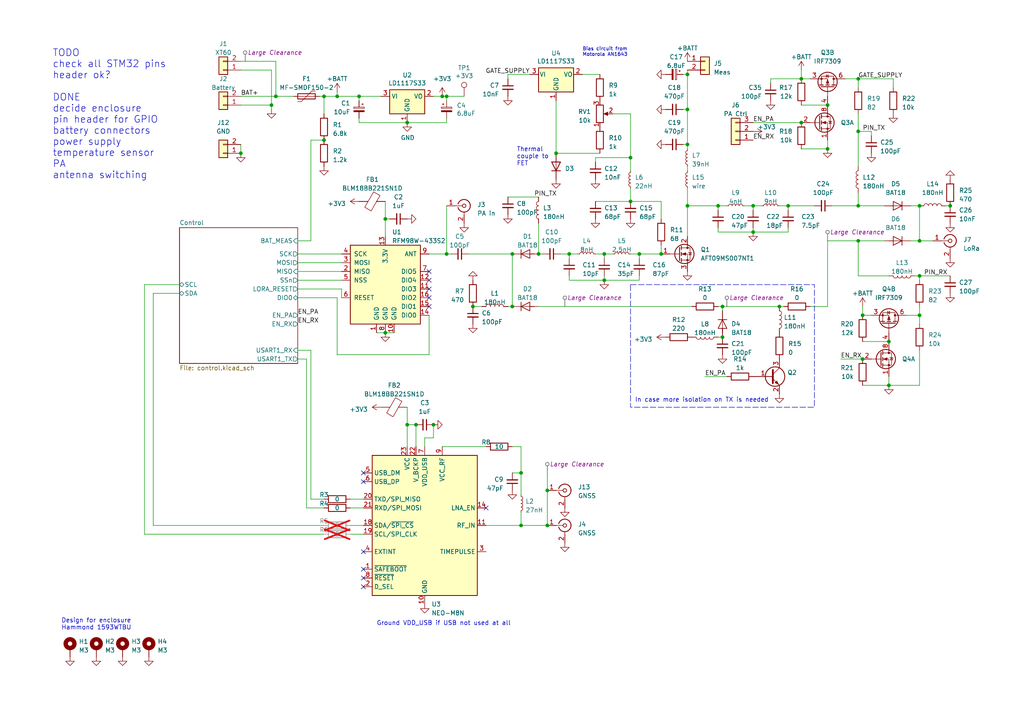
<source format=kicad_sch>
(kicad_sch (version 20230121) (generator eeschema)

  (uuid c7284140-20d8-41a9-bb44-23c19c814c53)

  (paper "A4")

  (title_block
    (title "Hercules")
    (date "2023-07-06")
    (rev "0")
    (company "HB9EGM")
    (comment 1 "LoRa GNSS Tracker with PA")
  )

  

  (junction (at 191.77 73.66) (diameter 0) (color 0 0 0 0)
    (uuid 01dde6b6-d292-40c7-b46a-9b6aeb936265)
  )
  (junction (at 250.19 91.44) (diameter 0) (color 0 0 0 0)
    (uuid 0222b959-9944-46fb-afc6-26878e08a8ea)
  )
  (junction (at 111.76 63.5) (diameter 0) (color 0 0 0 0)
    (uuid 08950f90-cd21-4d53-a5ef-9d5a82d4ab8e)
  )
  (junction (at 129.54 27.94) (diameter 0) (color 0 0 0 0)
    (uuid 089eabdc-fcec-425a-b821-b6cfe3451fa6)
  )
  (junction (at 266.7 59.69) (diameter 0) (color 0 0 0 0)
    (uuid 099a2e91-307a-40a7-b42f-aa13b2117f1c)
  )
  (junction (at 257.81 99.06) (diameter 0) (color 0 0 0 0)
    (uuid 0ab3a082-048e-4949-ac81-2b8386faa1eb)
  )
  (junction (at 232.41 35.56) (diameter 0) (color 0 0 0 0)
    (uuid 0ac8fba3-3ed0-4704-a092-e4484ff61a93)
  )
  (junction (at 148.59 73.66) (diameter 0) (color 0 0 0 0)
    (uuid 0b5d656a-a5d3-46b8-b83b-37aa40cef20d)
  )
  (junction (at 199.39 41.91) (diameter 0) (color 0 0 0 0)
    (uuid 0d2da9f7-50de-4ddd-9218-f5a19846c5c2)
  )
  (junction (at 199.39 59.69) (diameter 0) (color 0 0 0 0)
    (uuid 1368ea47-ffca-41ae-9ce4-3e6a775c52b5)
  )
  (junction (at 266.7 69.85) (diameter 0) (color 0 0 0 0)
    (uuid 15c9bb98-267a-45b2-8376-bd9fef188028)
  )
  (junction (at 209.55 97.79) (diameter 0) (color 0 0 0 0)
    (uuid 17db7e1c-85e9-4e68-af56-4e8a47479057)
  )
  (junction (at 209.55 88.9) (diameter 0) (color 0 0 0 0)
    (uuid 1a1be3b9-3951-4236-a0e2-ed17f193b6a0)
  )
  (junction (at 78.74 30.48) (diameter 0) (color 0 0 0 0)
    (uuid 1b395c55-c901-470a-8ebb-3e1e978dc1d0)
  )
  (junction (at 175.26 73.66) (diameter 0) (color 0 0 0 0)
    (uuid 1b7d05df-e406-41ee-a7c0-e5e472c47104)
  )
  (junction (at 226.06 88.9) (diameter 0) (color 0 0 0 0)
    (uuid 1f7b8f87-ba79-4cff-8d8e-541371e11725)
  )
  (junction (at 257.81 111.76) (diameter 0) (color 0 0 0 0)
    (uuid 23e423fd-9f5a-4dc2-a6ca-3badc4a0209b)
  )
  (junction (at 218.44 67.31) (diameter 0) (color 0 0 0 0)
    (uuid 25d5aada-3214-442f-9949-a6ddbf889635)
  )
  (junction (at 232.41 22.86) (diameter 0) (color 0 0 0 0)
    (uuid 260f7e5c-7c7c-4531-a21c-91c9c60f7b2a)
  )
  (junction (at 185.42 73.66) (diameter 0) (color 0 0 0 0)
    (uuid 2f003f45-6c76-4625-976d-2b8a1fd09567)
  )
  (junction (at 118.11 35.56) (diameter 0) (color 0 0 0 0)
    (uuid 386231b8-7bf1-4807-85fd-13025208a6ec)
  )
  (junction (at 250.19 104.14) (diameter 0) (color 0 0 0 0)
    (uuid 3950e558-60bb-4bd8-8891-4fedf1a6629a)
  )
  (junction (at 111.76 96.52) (diameter 0) (color 0 0 0 0)
    (uuid 3f9fcc5b-547a-4a9a-9e43-a7db8d6725b7)
  )
  (junction (at 151.13 152.4) (diameter 0) (color 0 0 0 0)
    (uuid 453cb762-cbf4-486b-8581-7268eb150f29)
  )
  (junction (at 248.92 69.85) (diameter 0) (color 0 0 0 0)
    (uuid 45ffbfb7-7337-42fe-a262-d942016d7df7)
  )
  (junction (at 161.29 44.45) (diameter 0) (color 0 0 0 0)
    (uuid 4eb05e56-f285-4338-a8b9-2cf706f45ddf)
  )
  (junction (at 93.98 27.94) (diameter 0) (color 0 0 0 0)
    (uuid 4f9b3345-66f0-47d6-88d7-9b9886c95e10)
  )
  (junction (at 158.75 152.4) (diameter 0) (color 0 0 0 0)
    (uuid 53dd0522-6ae6-48ef-a0f0-0972fccdfdff)
  )
  (junction (at 240.03 43.18) (diameter 0) (color 0 0 0 0)
    (uuid 5620fc3f-17b5-4ec3-92b1-b159783281da)
  )
  (junction (at 118.11 123.19) (diameter 0) (color 0 0 0 0)
    (uuid 5b52b20c-ccbd-490c-9705-1dbca329b1f4)
  )
  (junction (at 151.13 137.16) (diameter 0) (color 0 0 0 0)
    (uuid 62913189-fe2f-4016-9e76-b6062cdbb493)
  )
  (junction (at 97.79 27.94) (diameter 0) (color 0 0 0 0)
    (uuid 791f6118-9624-456d-9f53-5947b6e19586)
  )
  (junction (at 165.1 73.66) (diameter 0) (color 0 0 0 0)
    (uuid 7c234418-db22-4543-ade4-958e4b9645d4)
  )
  (junction (at 199.39 21.59) (diameter 0) (color 0 0 0 0)
    (uuid 7e155455-b3de-4fb6-9044-8c7913eb9614)
  )
  (junction (at 182.88 45.72) (diameter 0) (color 0 0 0 0)
    (uuid 7e95986d-e889-47d4-8bea-7e66f617bece)
  )
  (junction (at 266.7 80.01) (diameter 0) (color 0 0 0 0)
    (uuid 8159f693-b293-4d54-95f8-d14764f4722a)
  )
  (junction (at 228.6 59.69) (diameter 0) (color 0 0 0 0)
    (uuid 83bba8d7-b6b0-4382-adee-29883e885d1e)
  )
  (junction (at 248.92 59.69) (diameter 0) (color 0 0 0 0)
    (uuid 891310e9-0619-4370-8743-c4d00dde62c6)
  )
  (junction (at 137.16 88.9) (diameter 0) (color 0 0 0 0)
    (uuid 952de2ea-3cb3-49a2-b256-66e98482a907)
  )
  (junction (at 156.21 73.66) (diameter 0) (color 0 0 0 0)
    (uuid 9686d505-e21a-4135-8eae-6c16595c19fc)
  )
  (junction (at 129.54 73.66) (diameter 0) (color 0 0 0 0)
    (uuid 96bf2cf8-2216-4273-904f-8837657f6917)
  )
  (junction (at 266.7 91.44) (diameter 0) (color 0 0 0 0)
    (uuid 9780ed2c-fdf4-4980-b648-3bad83767dd5)
  )
  (junction (at 248.92 22.86) (diameter 0) (color 0 0 0 0)
    (uuid 99123259-1f7f-4010-848e-12254a7e90ff)
  )
  (junction (at 93.98 40.64) (diameter 0) (color 0 0 0 0)
    (uuid 9fc224a3-a17f-40f0-907a-1f8edffd9819)
  )
  (junction (at 125.73 123.19) (diameter 0) (color 0 0 0 0)
    (uuid a6d97fbb-c949-46fb-addd-3c7f0ad97be8)
  )
  (junction (at 275.59 59.69) (diameter 0) (color 0 0 0 0)
    (uuid a812e7c8-9e44-4822-ac23-2bf4f621fa0a)
  )
  (junction (at 199.39 31.75) (diameter 0) (color 0 0 0 0)
    (uuid a909ff62-3061-4ba6-822a-4d4dbb8eb969)
  )
  (junction (at 128.27 27.94) (diameter 0) (color 0 0 0 0)
    (uuid ad4b9721-1e38-4bd1-894d-a10a442ddf45)
  )
  (junction (at 80.01 27.94) (diameter 0) (color 0 0 0 0)
    (uuid bdfffe94-d466-4698-bfdf-65d3e62955de)
  )
  (junction (at 158.75 142.24) (diameter 0) (color 0 0 0 0)
    (uuid bfef5520-3ce5-43d0-b7cb-6e838e6d81a6)
  )
  (junction (at 218.44 59.69) (diameter 0) (color 0 0 0 0)
    (uuid c13d240a-f108-444a-9181-7aea9309222c)
  )
  (junction (at 148.59 88.9) (diameter 0) (color 0 0 0 0)
    (uuid cadb24db-abd7-4a94-b5c3-1c6541202f92)
  )
  (junction (at 248.92 38.1) (diameter 0) (color 0 0 0 0)
    (uuid dff4b3ab-f70d-48c4-9509-7141ab480874)
  )
  (junction (at 104.14 27.94) (diameter 0) (color 0 0 0 0)
    (uuid ea8e05b9-4818-4771-a085-ab9c92148e6c)
  )
  (junction (at 208.28 59.69) (diameter 0) (color 0 0 0 0)
    (uuid eb386d62-e9b6-4457-9d61-600af1127c0a)
  )
  (junction (at 182.88 58.42) (diameter 0) (color 0 0 0 0)
    (uuid ec131d50-5396-42f0-9c3a-ae8f292fb069)
  )
  (junction (at 175.26 81.28) (diameter 0) (color 0 0 0 0)
    (uuid edf9ba72-e27e-421e-afd8-9993ea3b9d63)
  )
  (junction (at 240.03 30.48) (diameter 0) (color 0 0 0 0)
    (uuid f1821e80-8fb5-46f8-a312-be5e85057f6b)
  )
  (junction (at 69.85 44.45) (diameter 0) (color 0 0 0 0)
    (uuid f6e7b4ea-4103-4342-9b37-cd0efb84e10c)
  )
  (junction (at 120.65 123.19) (diameter 0) (color 0 0 0 0)
    (uuid fa2db506-a9d6-4bb8-b038-b63acb0e2a1e)
  )

  (no_connect (at 105.41 167.64) (uuid 204d8b2f-70cc-4797-9b88-b6fa55017ef1))
  (no_connect (at 124.46 86.36) (uuid 24c68830-aab4-4cad-8cab-afb08ec2b793))
  (no_connect (at 124.46 83.82) (uuid 27a40588-055d-42e6-b824-2830d723f6d7))
  (no_connect (at 105.41 165.1) (uuid 32a602bd-aea1-41b6-b776-eb992d69d58e))
  (no_connect (at 105.41 137.16) (uuid 3ab6de5e-44d7-458b-8181-a923344389e7))
  (no_connect (at 105.41 160.02) (uuid 70e6841d-aad7-4f07-b9fc-0341fe86cfe2))
  (no_connect (at 124.46 88.9) (uuid 85f692e1-cb45-4d0d-82cc-e82b83e37df6))
  (no_connect (at 124.46 78.74) (uuid 8bb54a38-9705-49e7-b27c-c819e26d9c59))
  (no_connect (at 124.46 81.28) (uuid cb3aa834-5a78-4855-85c1-7c234c341229))
  (no_connect (at 105.41 170.18) (uuid d0780ab6-44b1-4786-a767-7992122529d8))
  (no_connect (at 140.97 147.32) (uuid d51a299d-906e-43bd-a68b-065c998ee61f))
  (no_connect (at 105.41 139.7) (uuid f247a6a7-e075-4291-9737-c344802f144b))

  (wire (pts (xy 137.16 88.9) (xy 139.7 88.9))
    (stroke (width 0) (type default))
    (uuid 00a3a96b-bd8d-437f-abbe-cfe7205fe073)
  )
  (wire (pts (xy 44.45 152.4) (xy 44.45 85.09))
    (stroke (width 0) (type default))
    (uuid 02b216d5-29c4-4d30-a6aa-da7a573dfd71)
  )
  (wire (pts (xy 97.79 86.36) (xy 97.79 102.87))
    (stroke (width 0) (type default))
    (uuid 02d509e3-caa0-4a35-9420-26d381353f8d)
  )
  (wire (pts (xy 259.08 22.86) (xy 248.92 22.86))
    (stroke (width 0) (type default))
    (uuid 050b9099-2197-4a76-82ec-be1e23721b1e)
  )
  (wire (pts (xy 199.39 48.26) (xy 199.39 49.53))
    (stroke (width 0) (type default))
    (uuid 0672fc79-4284-450b-83d2-e9d1cfed2554)
  )
  (wire (pts (xy 177.8 33.02) (xy 182.88 33.02))
    (stroke (width 0) (type default))
    (uuid 06f9b752-04af-4c3b-8e85-54a30dc68e65)
  )
  (wire (pts (xy 173.99 44.45) (xy 161.29 44.45))
    (stroke (width 0) (type default))
    (uuid 07887dfd-f46d-471a-aaf7-2bb6ad355632)
  )
  (wire (pts (xy 248.92 55.88) (xy 248.92 59.69))
    (stroke (width 0) (type default))
    (uuid 07e5e5d6-5b90-4e33-b9ba-a0715aae6461)
  )
  (wire (pts (xy 208.28 59.69) (xy 210.82 59.69))
    (stroke (width 0) (type default))
    (uuid 08613b5c-7c91-4c83-9025-e6a6bf7b0404)
  )
  (wire (pts (xy 228.6 60.96) (xy 228.6 59.69))
    (stroke (width 0) (type default))
    (uuid 0a7b6708-398f-486f-ab94-a5d8ac4cd332)
  )
  (wire (pts (xy 232.41 30.48) (xy 240.03 30.48))
    (stroke (width 0) (type default))
    (uuid 0bad31ca-83a6-471e-bcb8-224795fee914)
  )
  (wire (pts (xy 199.39 59.69) (xy 208.28 59.69))
    (stroke (width 0) (type default))
    (uuid 0c939cc9-4cf9-4b5c-9d5a-591ad0ec3bc4)
  )
  (wire (pts (xy 124.46 73.66) (xy 129.54 73.66))
    (stroke (width 0) (type default))
    (uuid 0ca8925c-940f-40f7-9e14-a404d43e6e01)
  )
  (wire (pts (xy 120.65 123.19) (xy 120.65 129.54))
    (stroke (width 0) (type default))
    (uuid 0fdd6401-9b1c-4122-a50c-479cca92fa2a)
  )
  (wire (pts (xy 128.27 27.94) (xy 129.54 27.94))
    (stroke (width 0) (type default))
    (uuid 11ad10b0-70a5-41b8-bbe3-73e7edee0b2d)
  )
  (wire (pts (xy 129.54 34.29) (xy 129.54 35.56))
    (stroke (width 0) (type default))
    (uuid 11c52020-1bac-49ce-b3e9-e466173ca91e)
  )
  (wire (pts (xy 104.14 27.94) (xy 110.49 27.94))
    (stroke (width 0) (type default))
    (uuid 12947b69-6e48-4a71-8b00-befc028070ee)
  )
  (wire (pts (xy 218.44 59.69) (xy 218.44 60.96))
    (stroke (width 0) (type default))
    (uuid 12faa22d-d311-458b-88d4-e21e4c451313)
  )
  (wire (pts (xy 161.29 44.45) (xy 161.29 29.21))
    (stroke (width 0) (type default))
    (uuid 13e2abc1-05f5-4c8f-b9ae-1375c993b2dc)
  )
  (wire (pts (xy 257.81 80.01) (xy 248.92 80.01))
    (stroke (width 0) (type default))
    (uuid 152aaeeb-c8b3-4c7c-879a-2a7e50e91de0)
  )
  (wire (pts (xy 215.9 59.69) (xy 218.44 59.69))
    (stroke (width 0) (type default))
    (uuid 160d4a7c-ca84-4acb-944b-8ff27d84d5cb)
  )
  (wire (pts (xy 148.59 73.66) (xy 148.59 88.9))
    (stroke (width 0) (type default))
    (uuid 17a08cbc-598c-424c-a09a-0e2175f7cbc3)
  )
  (wire (pts (xy 240.03 40.64) (xy 240.03 43.18))
    (stroke (width 0) (type default))
    (uuid 17a59fd4-e281-461e-b94c-ad6c2f3d7c7d)
  )
  (wire (pts (xy 223.52 24.13) (xy 223.52 22.86))
    (stroke (width 0) (type default))
    (uuid 17bdef2a-ead4-4f9b-bcb6-c2f9aa551cce)
  )
  (wire (pts (xy 191.77 58.42) (xy 182.88 58.42))
    (stroke (width 0) (type default))
    (uuid 1bbfd4f1-d30a-4e5f-ba17-f7ae46d42f69)
  )
  (wire (pts (xy 101.6 144.78) (xy 105.41 144.78))
    (stroke (width 0) (type default))
    (uuid 1c1626d5-5ce8-4ce1-9941-f8c9052cd482)
  )
  (wire (pts (xy 129.54 27.94) (xy 134.62 27.94))
    (stroke (width 0) (type default))
    (uuid 1c75d919-6a31-4e09-bbeb-06e5ef9be11f)
  )
  (wire (pts (xy 209.55 88.9) (xy 209.55 90.17))
    (stroke (width 0) (type default))
    (uuid 1e09c9b3-d27b-426f-bb64-55598b7f9779)
  )
  (wire (pts (xy 191.77 58.42) (xy 191.77 63.5))
    (stroke (width 0) (type default))
    (uuid 1fb29430-2cbc-438f-91fe-1830885c416b)
  )
  (wire (pts (xy 128.27 129.54) (xy 140.97 129.54))
    (stroke (width 0) (type default))
    (uuid 20ed170b-5328-49f0-a882-64eba1b4a47f)
  )
  (wire (pts (xy 124.46 102.87) (xy 124.46 91.44))
    (stroke (width 0) (type default))
    (uuid 21ac5577-0ce3-46a3-9398-1d72cbce9f52)
  )
  (wire (pts (xy 175.26 81.28) (xy 175.26 80.01))
    (stroke (width 0) (type default))
    (uuid 2366af87-4512-4086-8945-7b98d854cda5)
  )
  (wire (pts (xy 185.42 74.93) (xy 185.42 73.66))
    (stroke (width 0) (type default))
    (uuid 23f5b1c2-e484-4a23-ab22-df03fa676e7f)
  )
  (wire (pts (xy 204.47 109.22) (xy 210.82 109.22))
    (stroke (width 0) (type default))
    (uuid 2569ee4d-65be-4bb2-83c7-f4c3f725ffef)
  )
  (wire (pts (xy 101.6 152.4) (xy 105.41 152.4))
    (stroke (width 0) (type default))
    (uuid 259f0224-4e1a-45a9-a9cb-b1e92a4c616c)
  )
  (wire (pts (xy 198.12 21.59) (xy 199.39 21.59))
    (stroke (width 0) (type default))
    (uuid 26480fb4-0bf7-4400-87d7-ae9d4bb9015a)
  )
  (wire (pts (xy 199.39 54.61) (xy 199.39 59.69))
    (stroke (width 0) (type default))
    (uuid 2a551cd2-9826-44fc-a047-2bd8fe6eeae3)
  )
  (wire (pts (xy 175.26 81.28) (xy 185.42 81.28))
    (stroke (width 0) (type default))
    (uuid 2b2cc0f7-00d6-4a74-bb5a-4fb143fe11e1)
  )
  (wire (pts (xy 185.42 73.66) (xy 182.88 73.66))
    (stroke (width 0) (type default))
    (uuid 2f3662b0-34ac-4238-97a4-1e85d12f1595)
  )
  (wire (pts (xy 240.03 43.18) (xy 232.41 43.18))
    (stroke (width 0) (type default))
    (uuid 340133b6-a49c-4231-99e9-19fda756d2ef)
  )
  (wire (pts (xy 101.6 154.94) (xy 105.41 154.94))
    (stroke (width 0) (type default))
    (uuid 354c3be5-4ed1-4fe5-99bc-09401d42c144)
  )
  (wire (pts (xy 248.92 69.85) (xy 256.54 69.85))
    (stroke (width 0) (type default))
    (uuid 36399ab6-302d-4107-b106-bfd9ddafe9fe)
  )
  (wire (pts (xy 226.06 88.9) (xy 227.33 88.9))
    (stroke (width 0) (type default))
    (uuid 365325c9-c495-46ea-a526-b976c7b16e78)
  )
  (wire (pts (xy 218.44 59.69) (xy 220.98 59.69))
    (stroke (width 0) (type default))
    (uuid 3adf64b4-e78a-41c1-8667-30b9756615c0)
  )
  (wire (pts (xy 129.54 59.69) (xy 129.54 73.66))
    (stroke (width 0) (type default))
    (uuid 3b659727-0947-4487-997d-6f949c9817da)
  )
  (wire (pts (xy 250.19 91.44) (xy 250.19 88.9))
    (stroke (width 0) (type default))
    (uuid 3cb110fe-ae61-4a6c-823c-4b57814eb2fe)
  )
  (wire (pts (xy 93.98 154.94) (xy 41.91 154.94))
    (stroke (width 0) (type default))
    (uuid 3d044238-4974-4e08-a67d-9dce669443cd)
  )
  (wire (pts (xy 147.32 57.15) (xy 156.21 57.15))
    (stroke (width 0) (type default))
    (uuid 3e6d7a7a-6af6-410d-9d09-9e5fa79684b5)
  )
  (wire (pts (xy 162.56 73.66) (xy 165.1 73.66))
    (stroke (width 0) (type default))
    (uuid 3eaded46-cc37-494d-ac24-87dd6dfe09bc)
  )
  (wire (pts (xy 86.36 78.74) (xy 99.06 78.74))
    (stroke (width 0) (type default))
    (uuid 3f962f96-0f6f-4698-8027-b13c091c035d)
  )
  (wire (pts (xy 97.79 26.67) (xy 97.79 27.94))
    (stroke (width 0) (type default))
    (uuid 41c931b9-3543-4843-8aab-17549aba9684)
  )
  (wire (pts (xy 86.36 86.36) (xy 97.79 86.36))
    (stroke (width 0) (type default))
    (uuid 43101aa4-4a39-4b0a-8a0b-df2d7939c940)
  )
  (wire (pts (xy 90.17 144.78) (xy 90.17 101.6))
    (stroke (width 0) (type default))
    (uuid 450728fc-9171-4b12-98f2-1c34201af64c)
  )
  (wire (pts (xy 248.92 48.26) (xy 248.92 38.1))
    (stroke (width 0) (type default))
    (uuid 46b26273-3f3d-4adb-99f4-e43cccb943c9)
  )
  (wire (pts (xy 248.92 59.69) (xy 256.54 59.69))
    (stroke (width 0) (type default))
    (uuid 474b8574-a3c0-4fbb-83c1-c620f908109b)
  )
  (wire (pts (xy 266.7 88.9) (xy 266.7 91.44))
    (stroke (width 0) (type default))
    (uuid 4a860b28-7b04-4523-bb2a-c9361a03c216)
  )
  (wire (pts (xy 69.85 41.91) (xy 69.85 44.45))
    (stroke (width 0) (type default))
    (uuid 4b643638-c2e9-4f5f-a702-5162d3d65a3a)
  )
  (wire (pts (xy 218.44 67.31) (xy 228.6 67.31))
    (stroke (width 0) (type default))
    (uuid 4ce6c40c-af77-4ba7-8b76-4a2802d0d382)
  )
  (wire (pts (xy 243.84 104.14) (xy 250.19 104.14))
    (stroke (width 0) (type default))
    (uuid 50bc0ede-3a1e-4423-9c92-4bd5eb6ba844)
  )
  (wire (pts (xy 123.19 129.54) (xy 123.19 127))
    (stroke (width 0) (type default))
    (uuid 510eb1d9-2759-43a3-97a0-61ffa7bfeeac)
  )
  (wire (pts (xy 208.28 67.31) (xy 218.44 67.31))
    (stroke (width 0) (type default))
    (uuid 51c70140-1279-4f44-85cc-3426724640dc)
  )
  (wire (pts (xy 228.6 67.31) (xy 228.6 66.04))
    (stroke (width 0) (type default))
    (uuid 57270196-7d9e-4fe2-bd1e-b8d9a298b846)
  )
  (wire (pts (xy 257.81 111.76) (xy 266.7 111.76))
    (stroke (width 0) (type default))
    (uuid 593889b2-9375-4f1a-8350-bc1145609208)
  )
  (wire (pts (xy 270.51 69.85) (xy 266.7 69.85))
    (stroke (width 0) (type default))
    (uuid 59944d09-83e7-4b7e-a667-ebf4eb2349d8)
  )
  (wire (pts (xy 266.7 111.76) (xy 266.7 101.6))
    (stroke (width 0) (type default))
    (uuid 5a965f98-fefd-48c7-a2df-802c41ad2de8)
  )
  (wire (pts (xy 97.79 27.94) (xy 104.14 27.94))
    (stroke (width 0) (type default))
    (uuid 5b00d0a0-e3fb-4b2d-8ab0-02dbfe2b79f6)
  )
  (wire (pts (xy 175.26 73.66) (xy 175.26 74.93))
    (stroke (width 0) (type default))
    (uuid 6011b6c8-dd41-4184-9be0-1ab7a4068d55)
  )
  (wire (pts (xy 118.11 123.19) (xy 118.11 129.54))
    (stroke (width 0) (type default))
    (uuid 609406c7-fc1f-4ff9-a3dd-60584185ddf8)
  )
  (wire (pts (xy 165.1 81.28) (xy 175.26 81.28))
    (stroke (width 0) (type default))
    (uuid 60f4e5c2-282b-4779-bfb2-6fc09830ef4f)
  )
  (wire (pts (xy 151.13 137.16) (xy 151.13 143.51))
    (stroke (width 0) (type default))
    (uuid 615c5063-7783-4c41-b3d0-e95c2ee79a31)
  )
  (wire (pts (xy 86.36 76.2) (xy 99.06 76.2))
    (stroke (width 0) (type default))
    (uuid 618135bc-52f3-4da6-8d98-88a52e240514)
  )
  (wire (pts (xy 118.11 118.11) (xy 118.11 123.19))
    (stroke (width 0) (type default))
    (uuid 626d3b88-65b4-4351-84b4-0723bd87ad51)
  )
  (wire (pts (xy 165.1 73.66) (xy 167.64 73.66))
    (stroke (width 0) (type default))
    (uuid 63a4a008-eaca-424f-aee3-ef723ab7e1b1)
  )
  (wire (pts (xy 266.7 91.44) (xy 266.7 93.98))
    (stroke (width 0) (type default))
    (uuid 63fbb694-3dc6-49ac-b6ee-739799fa5843)
  )
  (wire (pts (xy 123.19 127) (xy 125.73 127))
    (stroke (width 0) (type default))
    (uuid 64b19fb5-98d0-4e1d-8fd4-39c24cca621d)
  )
  (wire (pts (xy 80.01 27.94) (xy 85.09 27.94))
    (stroke (width 0) (type default))
    (uuid 64fa11e3-9834-4e72-aa2d-c46e58b92289)
  )
  (wire (pts (xy 147.32 21.59) (xy 153.67 21.59))
    (stroke (width 0) (type default))
    (uuid 656611ac-5824-4249-9032-638e264587c0)
  )
  (wire (pts (xy 88.9 104.14) (xy 88.9 147.32))
    (stroke (width 0) (type default))
    (uuid 6a781113-9d2d-4bfb-a51a-e04a8d169b4b)
  )
  (wire (pts (xy 99.06 83.82) (xy 99.06 86.36))
    (stroke (width 0) (type default))
    (uuid 6aaab3ea-cb8f-4b6c-8878-192ab16884ab)
  )
  (wire (pts (xy 80.01 17.78) (xy 80.01 27.94))
    (stroke (width 0) (type default))
    (uuid 6ae739c1-8e22-4ddf-8d63-d6a444bffb84)
  )
  (wire (pts (xy 248.92 38.1) (xy 248.92 33.02))
    (stroke (width 0) (type default))
    (uuid 6b5b50e7-086f-4b43-a643-0b5455e70e9e)
  )
  (wire (pts (xy 266.7 59.69) (xy 264.16 59.69))
    (stroke (width 0) (type default))
    (uuid 6c8e0bd0-4306-43d2-8233-6f7bf63ffe54)
  )
  (wire (pts (xy 129.54 73.66) (xy 130.81 73.66))
    (stroke (width 0) (type default))
    (uuid 6d8794f5-7aec-4946-8fe8-3e5a0751dad4)
  )
  (wire (pts (xy 158.75 137.16) (xy 158.75 142.24))
    (stroke (width 0) (type default))
    (uuid 6ef83567-5e26-4d2b-ba41-6eadf2d8966c)
  )
  (wire (pts (xy 111.76 63.5) (xy 111.76 58.42))
    (stroke (width 0) (type default))
    (uuid 715cf669-67c9-4340-a72a-6db9489f2c13)
  )
  (wire (pts (xy 228.6 59.69) (xy 236.22 59.69))
    (stroke (width 0) (type default))
    (uuid 74040277-78c2-4b7c-a9ba-5820f4215646)
  )
  (wire (pts (xy 97.79 27.94) (xy 93.98 27.94))
    (stroke (width 0) (type default))
    (uuid 79935a3f-c588-4fed-b218-d55cda35743b)
  )
  (wire (pts (xy 266.7 69.85) (xy 266.7 59.69))
    (stroke (width 0) (type default))
    (uuid 7a8def1b-ba61-4b9d-9fd1-e20e468c6bc4)
  )
  (wire (pts (xy 168.91 21.59) (xy 173.99 21.59))
    (stroke (width 0) (type default))
    (uuid 7a9fc998-2384-4531-a55a-b37d838a7e35)
  )
  (wire (pts (xy 208.28 67.31) (xy 208.28 66.04))
    (stroke (width 0) (type default))
    (uuid 7b61c91a-b1f9-43e8-a3a8-ab4a07ffff41)
  )
  (wire (pts (xy 223.52 22.86) (xy 232.41 22.86))
    (stroke (width 0) (type default))
    (uuid 7c73ee48-9cb5-4c97-8c82-e719cad636f0)
  )
  (wire (pts (xy 78.74 31.75) (xy 78.74 30.48))
    (stroke (width 0) (type default))
    (uuid 7f6f649a-4a03-4a23-ab1b-67399f718f9c)
  )
  (wire (pts (xy 90.17 69.85) (xy 90.17 40.64))
    (stroke (width 0) (type default))
    (uuid 7ff0fa4d-b630-4391-a4f2-27b2b34a92ad)
  )
  (wire (pts (xy 156.21 73.66) (xy 157.48 73.66))
    (stroke (width 0) (type default))
    (uuid 80766587-a358-40b1-9754-9c7fc48094e0)
  )
  (wire (pts (xy 199.39 41.91) (xy 199.39 31.75))
    (stroke (width 0) (type default))
    (uuid 80fc62fa-b1c7-4b3a-8610-6b5c5d283bd2)
  )
  (wire (pts (xy 250.19 99.06) (xy 257.81 99.06))
    (stroke (width 0) (type default))
    (uuid 8286c5e6-464a-419f-8e6e-12560fdc9590)
  )
  (wire (pts (xy 101.6 147.32) (xy 105.41 147.32))
    (stroke (width 0) (type default))
    (uuid 833e9e35-7958-4a8b-82c9-4b34f165c40d)
  )
  (wire (pts (xy 78.74 20.32) (xy 78.74 30.48))
    (stroke (width 0) (type default))
    (uuid 84bfdbf4-fe05-4d2e-902b-5a16108325ff)
  )
  (wire (pts (xy 86.36 104.14) (xy 88.9 104.14))
    (stroke (width 0) (type default))
    (uuid 855844ed-3d91-47c1-9b9a-c0532a457049)
  )
  (wire (pts (xy 266.7 80.01) (xy 275.59 80.01))
    (stroke (width 0) (type default))
    (uuid 85da7609-9c88-4a4a-8c5a-e185055e3ed3)
  )
  (wire (pts (xy 109.22 96.52) (xy 111.76 96.52))
    (stroke (width 0) (type default))
    (uuid 861676f6-5294-44ef-bd4b-5d3efc7a6d78)
  )
  (wire (pts (xy 240.03 69.85) (xy 248.92 69.85))
    (stroke (width 0) (type default))
    (uuid 892e1511-e3cc-4d35-bb32-20bdacad07fb)
  )
  (wire (pts (xy 248.92 22.86) (xy 245.11 22.86))
    (stroke (width 0) (type default))
    (uuid 8949fb37-a17d-4214-81ab-dc2c32bf66af)
  )
  (wire (pts (xy 191.77 73.66) (xy 191.77 71.12))
    (stroke (width 0) (type default))
    (uuid 89549667-4e81-4662-af74-7c79f73f34d4)
  )
  (wire (pts (xy 266.7 91.44) (xy 262.89 91.44))
    (stroke (width 0) (type default))
    (uuid 89fc60b7-af19-4ec3-8507-e25a7cc3cb62)
  )
  (wire (pts (xy 266.7 80.01) (xy 265.43 80.01))
    (stroke (width 0) (type default))
    (uuid 8a342cab-502e-4909-abf5-bff287aca887)
  )
  (wire (pts (xy 182.88 45.72) (xy 182.88 49.53))
    (stroke (width 0) (type default))
    (uuid 8bc5cdcc-f587-4379-978f-98e53416638c)
  )
  (wire (pts (xy 93.98 27.94) (xy 93.98 33.02))
    (stroke (width 0) (type default))
    (uuid 8f1e1eab-32de-4e34-8707-8e54f43d6ff3)
  )
  (wire (pts (xy 104.14 34.29) (xy 104.14 35.56))
    (stroke (width 0) (type default))
    (uuid 90137715-abf5-45c2-9e33-f1303e0f698c)
  )
  (wire (pts (xy 151.13 129.54) (xy 151.13 137.16))
    (stroke (width 0) (type default))
    (uuid 90ff8ed0-f9bd-4c2e-a974-950a48b135ea)
  )
  (wire (pts (xy 156.21 88.9) (xy 200.66 88.9))
    (stroke (width 0) (type default))
    (uuid 91889c1f-7b49-44a2-b7b9-349162313398)
  )
  (wire (pts (xy 151.13 152.4) (xy 158.75 152.4))
    (stroke (width 0) (type default))
    (uuid 91fedeb5-872b-437a-b627-83ac39895d56)
  )
  (wire (pts (xy 69.85 20.32) (xy 78.74 20.32))
    (stroke (width 0) (type default))
    (uuid 93bb4a60-3587-4888-91a3-036ac4a96fc7)
  )
  (wire (pts (xy 69.85 27.94) (xy 80.01 27.94))
    (stroke (width 0) (type default))
    (uuid 94f3eca5-cb19-4ee6-a17e-a1179f72e20f)
  )
  (wire (pts (xy 118.11 123.19) (xy 120.65 123.19))
    (stroke (width 0) (type default))
    (uuid 963347b4-906e-4249-a6b7-afcffca4ec38)
  )
  (wire (pts (xy 208.28 97.79) (xy 209.55 97.79))
    (stroke (width 0) (type default))
    (uuid 9673dfc4-e069-497c-b250-6a65b22edb6f)
  )
  (wire (pts (xy 218.44 35.56) (xy 232.41 35.56))
    (stroke (width 0) (type default))
    (uuid 96a0e7d4-b787-452a-9279-aa47f020fd40)
  )
  (wire (pts (xy 241.3 59.69) (xy 248.92 59.69))
    (stroke (width 0) (type default))
    (uuid 9947b2ed-2448-41ef-baa1-b27d6b9c4bfd)
  )
  (wire (pts (xy 125.73 27.94) (xy 128.27 27.94))
    (stroke (width 0) (type default))
    (uuid a2d9ca97-dd4d-4897-9697-55837130484d)
  )
  (wire (pts (xy 172.72 58.42) (xy 182.88 58.42))
    (stroke (width 0) (type default))
    (uuid a3ca924f-3c55-444c-9184-87ff0151173b)
  )
  (wire (pts (xy 41.91 154.94) (xy 41.91 82.55))
    (stroke (width 0) (type default))
    (uuid a422faee-4f34-4db0-a56f-fe603c404303)
  )
  (wire (pts (xy 232.41 22.86) (xy 232.41 20.32))
    (stroke (width 0) (type default))
    (uuid a5c25f64-130d-4f36-ab17-757cdde9d04c)
  )
  (wire (pts (xy 198.12 41.91) (xy 199.39 41.91))
    (stroke (width 0) (type default))
    (uuid a6a9abe9-e329-4e69-9927-7ed1cb3f57af)
  )
  (wire (pts (xy 158.75 142.24) (xy 158.75 152.4))
    (stroke (width 0) (type default))
    (uuid a8fbf5be-0fac-4072-9bfc-4ac538f882ba)
  )
  (wire (pts (xy 129.54 27.94) (xy 129.54 29.21))
    (stroke (width 0) (type default))
    (uuid a9088a3b-02dd-4791-8267-d65005275f19)
  )
  (wire (pts (xy 259.08 25.4) (xy 259.08 22.86))
    (stroke (width 0) (type default))
    (uuid a99edd36-5a71-47c1-97fa-5d1fe1f4fddd)
  )
  (wire (pts (xy 140.97 152.4) (xy 151.13 152.4))
    (stroke (width 0) (type default))
    (uuid adad3612-7ec7-4f3c-ac82-634c1230ab73)
  )
  (wire (pts (xy 165.1 81.28) (xy 165.1 80.01))
    (stroke (width 0) (type default))
    (uuid aeb52d83-3c75-462f-900c-2fec9958e77e)
  )
  (wire (pts (xy 86.36 69.85) (xy 90.17 69.85))
    (stroke (width 0) (type default))
    (uuid b056bd93-8ad4-4cdc-91c6-c009dee87c95)
  )
  (wire (pts (xy 252.73 91.44) (xy 250.19 91.44))
    (stroke (width 0) (type default))
    (uuid b0950230-6dd6-4ba0-9677-5e90e701c1b2)
  )
  (wire (pts (xy 86.36 81.28) (xy 99.06 81.28))
    (stroke (width 0) (type default))
    (uuid b515472a-5559-4002-bc2f-5c685449e96c)
  )
  (wire (pts (xy 234.95 88.9) (xy 240.03 88.9))
    (stroke (width 0) (type default))
    (uuid b6ed0852-69b3-4fbd-b32e-ed7b998ae2be)
  )
  (wire (pts (xy 175.26 73.66) (xy 177.8 73.66))
    (stroke (width 0) (type default))
    (uuid b8fcfeb6-f0db-4abe-b11b-36e75e846563)
  )
  (wire (pts (xy 172.72 45.72) (xy 182.88 45.72))
    (stroke (width 0) (type default))
    (uuid b99fa44c-c802-48f2-a47a-059f73c95dcf)
  )
  (wire (pts (xy 97.79 102.87) (xy 124.46 102.87))
    (stroke (width 0) (type default))
    (uuid b9d4a980-447a-4c2d-8480-59ef8e48d5cf)
  )
  (wire (pts (xy 41.91 82.55) (xy 52.07 82.55))
    (stroke (width 0) (type default))
    (uuid beb49308-f4ff-4daa-a056-55573c4c10c7)
  )
  (wire (pts (xy 240.03 88.9) (xy 240.03 69.85))
    (stroke (width 0) (type default))
    (uuid bee77a5d-8a27-467e-90e1-f8c8a41b1789)
  )
  (wire (pts (xy 104.14 35.56) (xy 118.11 35.56))
    (stroke (width 0) (type default))
    (uuid bf24ab40-9012-44a5-8692-e3f2b9c24d20)
  )
  (wire (pts (xy 228.6 59.69) (xy 226.06 59.69))
    (stroke (width 0) (type default))
    (uuid bf7b1b9e-317d-4abe-af48-23bde7c94582)
  )
  (wire (pts (xy 199.39 43.18) (xy 199.39 41.91))
    (stroke (width 0) (type default))
    (uuid c01eb202-774e-4322-a137-333e105872d2)
  )
  (wire (pts (xy 104.14 27.94) (xy 104.14 29.21))
    (stroke (width 0) (type default))
    (uuid c0ec1b51-dae5-4995-a74f-f2cebf836394)
  )
  (wire (pts (xy 111.76 63.5) (xy 113.03 63.5))
    (stroke (width 0) (type default))
    (uuid c1926815-dd2c-4cc8-822b-8db6565d849b)
  )
  (wire (pts (xy 44.45 85.09) (xy 52.07 85.09))
    (stroke (width 0) (type default))
    (uuid c223a27f-4c28-473f-b9be-caa032b4ae33)
  )
  (wire (pts (xy 218.44 67.31) (xy 218.44 66.04))
    (stroke (width 0) (type default))
    (uuid c4b6888b-a7e7-4626-a0d9-a50b4ff1797b)
  )
  (wire (pts (xy 111.76 96.52) (xy 114.3 96.52))
    (stroke (width 0) (type default))
    (uuid c6129dab-a478-4966-ab18-006855f04b95)
  )
  (wire (pts (xy 69.85 17.78) (xy 80.01 17.78))
    (stroke (width 0) (type default))
    (uuid c6fecc98-f627-45a7-adef-84f19d151727)
  )
  (wire (pts (xy 147.32 88.9) (xy 148.59 88.9))
    (stroke (width 0) (type default))
    (uuid c78685c4-2701-4efb-92c2-a4175b8a43b4)
  )
  (wire (pts (xy 252.73 39.37) (xy 252.73 38.1))
    (stroke (width 0) (type default))
    (uuid c7ac81cb-207b-4470-8042-1c7db629c0b5)
  )
  (wire (pts (xy 208.28 88.9) (xy 209.55 88.9))
    (stroke (width 0) (type default))
    (uuid c80a0d3c-9427-4469-9699-09c30a8c784f)
  )
  (wire (pts (xy 199.39 31.75) (xy 199.39 21.59))
    (stroke (width 0) (type default))
    (uuid c82599af-91b7-4399-9ac5-7d26bf68c2fd)
  )
  (wire (pts (xy 156.21 64.77) (xy 156.21 73.66))
    (stroke (width 0) (type default))
    (uuid c9621e69-7ef0-40ff-a026-dd7dcc63ae19)
  )
  (wire (pts (xy 257.81 109.22) (xy 257.81 111.76))
    (stroke (width 0) (type default))
    (uuid cc9d500b-1f07-4825-9b02-86b625b868e0)
  )
  (wire (pts (xy 148.59 137.16) (xy 151.13 137.16))
    (stroke (width 0) (type default))
    (uuid cd3bfb5c-1899-4199-bf03-99560a8ba653)
  )
  (wire (pts (xy 125.73 127) (xy 125.73 123.19))
    (stroke (width 0) (type default))
    (uuid cdeff7d5-b776-492b-9268-cce7eb475ee3)
  )
  (wire (pts (xy 199.39 31.75) (xy 198.12 31.75))
    (stroke (width 0) (type default))
    (uuid ce0b38c5-4510-42df-9145-aec0285a68e4)
  )
  (wire (pts (xy 78.74 30.48) (xy 69.85 30.48))
    (stroke (width 0) (type default))
    (uuid d0697e7c-7846-4c11-ae8b-4b22fdb5704f)
  )
  (wire (pts (xy 266.7 80.01) (xy 266.7 81.28))
    (stroke (width 0) (type default))
    (uuid d0c24b03-044f-4962-8102-b326e473ad30)
  )
  (wire (pts (xy 118.11 35.56) (xy 129.54 35.56))
    (stroke (width 0) (type default))
    (uuid d1f16a73-eb29-43a1-b226-7b4b37d8d0c5)
  )
  (wire (pts (xy 208.28 59.69) (xy 208.28 60.96))
    (stroke (width 0) (type default))
    (uuid d53ad12f-73b1-4ac3-af1a-cedab897e81f)
  )
  (wire (pts (xy 182.88 33.02) (xy 182.88 45.72))
    (stroke (width 0) (type default))
    (uuid d58b184f-9ae1-4617-9cdf-e69fd3ae19d1)
  )
  (wire (pts (xy 165.1 73.66) (xy 165.1 74.93))
    (stroke (width 0) (type default))
    (uuid d79c70ab-6a96-40e8-b246-b5319a41f80c)
  )
  (wire (pts (xy 248.92 25.4) (xy 248.92 22.86))
    (stroke (width 0) (type default))
    (uuid d7a3951c-da13-4ad0-b365-62345620f1c8)
  )
  (wire (pts (xy 151.13 152.4) (xy 151.13 148.59))
    (stroke (width 0) (type default))
    (uuid d8bfc799-da6b-4bcd-9aab-b8135efeccbd)
  )
  (wire (pts (xy 248.92 38.1) (xy 252.73 38.1))
    (stroke (width 0) (type default))
    (uuid dc1c4fe1-c480-472b-b9cb-0b34bf5bbeea)
  )
  (wire (pts (xy 264.16 69.85) (xy 266.7 69.85))
    (stroke (width 0) (type default))
    (uuid dcc4d9c0-3969-4686-a6dd-e2dd3101371d)
  )
  (wire (pts (xy 185.42 81.28) (xy 185.42 80.01))
    (stroke (width 0) (type default))
    (uuid e05fbc08-4cd7-4cb8-a3eb-c3920546fdb3)
  )
  (wire (pts (xy 93.98 152.4) (xy 44.45 152.4))
    (stroke (width 0) (type default))
    (uuid e1366648-bd22-4a63-abcb-a64a9faeba05)
  )
  (wire (pts (xy 148.59 129.54) (xy 151.13 129.54))
    (stroke (width 0) (type default))
    (uuid e2793eb7-c732-4cd3-9564-cf68ae08aa50)
  )
  (wire (pts (xy 257.81 111.76) (xy 250.19 111.76))
    (stroke (width 0) (type default))
    (uuid e4a3a7a3-30a4-4522-b7ee-94e9eb1a0850)
  )
  (wire (pts (xy 199.39 59.69) (xy 199.39 68.58))
    (stroke (width 0) (type default))
    (uuid e83e2776-02c9-4964-843f-4433a1387642)
  )
  (wire (pts (xy 93.98 27.94) (xy 92.71 27.94))
    (stroke (width 0) (type default))
    (uuid e8803aa2-fab9-4337-bf86-05f5d7c92d57)
  )
  (wire (pts (xy 86.36 73.66) (xy 99.06 73.66))
    (stroke (width 0) (type default))
    (uuid e91c01b2-55c8-4d27-88bf-c7bae4c7b162)
  )
  (wire (pts (xy 88.9 147.32) (xy 93.98 147.32))
    (stroke (width 0) (type default))
    (uuid e96ee23e-6411-47b8-89fa-35b3e0b900f7)
  )
  (wire (pts (xy 90.17 40.64) (xy 93.98 40.64))
    (stroke (width 0) (type default))
    (uuid ea731349-70a4-4adb-bebd-ad52cf3fd619)
  )
  (wire (pts (xy 182.88 54.61) (xy 182.88 58.42))
    (stroke (width 0) (type default))
    (uuid ebb976ef-e772-4dd4-aa72-b73a76aa22b1)
  )
  (wire (pts (xy 199.39 20.32) (xy 199.39 21.59))
    (stroke (width 0) (type default))
    (uuid ee191de8-944a-4fb6-af83-b461cb4a9f6e)
  )
  (wire (pts (xy 274.32 59.69) (xy 275.59 59.69))
    (stroke (width 0) (type default))
    (uuid ee7a7872-b16e-4ea2-a28e-f993cc499567)
  )
  (wire (pts (xy 234.95 22.86) (xy 232.41 22.86))
    (stroke (width 0) (type default))
    (uuid f0433cd4-47f7-41f4-b38c-fc74cebfdd5a)
  )
  (wire (pts (xy 172.72 73.66) (xy 175.26 73.66))
    (stroke (width 0) (type default))
    (uuid f0ed689d-ff92-410c-acf5-2bc17fcfcd46)
  )
  (wire (pts (xy 135.89 73.66) (xy 148.59 73.66))
    (stroke (width 0) (type default))
    (uuid f2b1c357-d795-4e81-9e09-8a6cea0d9d44)
  )
  (wire (pts (xy 172.72 45.72) (xy 172.72 46.99))
    (stroke (width 0) (type default))
    (uuid f48c62c2-07da-44a1-bf23-aa52b20ab514)
  )
  (wire (pts (xy 185.42 73.66) (xy 191.77 73.66))
    (stroke (width 0) (type default))
    (uuid f6804d30-fe1f-4359-8727-d063bf86de43)
  )
  (wire (pts (xy 111.76 63.5) (xy 111.76 68.58))
    (stroke (width 0) (type default))
    (uuid fb4f36ff-ae48-4d12-b668-8887b1f17343)
  )
  (wire (pts (xy 90.17 101.6) (xy 86.36 101.6))
    (stroke (width 0) (type default))
    (uuid fc3463f2-0134-4214-8d05-db24a88504b4)
  )
  (wire (pts (xy 248.92 80.01) (xy 248.92 69.85))
    (stroke (width 0) (type default))
    (uuid fc3a04ea-2a7d-44d1-8557-b9c87f7d0a8d)
  )
  (wire (pts (xy 93.98 144.78) (xy 90.17 144.78))
    (stroke (width 0) (type default))
    (uuid fccb3240-5111-4f8a-8c57-8c57e97e473a)
  )
  (wire (pts (xy 86.36 83.82) (xy 99.06 83.82))
    (stroke (width 0) (type default))
    (uuid fe47d352-2e80-4a15-bd9f-b0959a312d14)
  )
  (wire (pts (xy 147.32 22.86) (xy 147.32 21.59))
    (stroke (width 0) (type default))
    (uuid fe5153ba-7b57-4538-8793-88a7368f5bef)
  )
  (wire (pts (xy 209.55 88.9) (xy 226.06 88.9))
    (stroke (width 0) (type default))
    (uuid fecf678d-e02b-4566-8c5c-af1168b4a442)
  )

  (rectangle (start 182.88 82.55) (end 236.22 118.11)
    (stroke (width 0) (type dash))
    (fill (type none))
    (uuid 2588e975-78d1-4bd3-98fd-feb529aa9047)
  )

  (text "Ground VDD_USB if USB not used at all" (at 109.22 181.61 0)
    (effects (font (size 1.27 1.27)) (justify left bottom))
    (uuid 0ade107f-9634-4a55-af4e-2094fa77d0c8)
  )
  (text "Design for enclosure\nHammond 1593WTBU" (at 17.78 182.88 0)
    (effects (font (size 1.27 1.27)) (justify left bottom))
    (uuid 30b8e379-0646-4351-98e8-9ffb6ae1f5d7)
  )
  (text "In case more isolation on TX is needed" (at 184.15 116.84 0)
    (effects (font (size 1.27 1.27)) (justify left bottom))
    (uuid 454c5f79-f713-4fe6-906e-7ed5364d5ee5)
  )
  (text "Bias circuit from\nMotorola AN1643" (at 168.91 16.51 0)
    (effects (font (size 1 1)) (justify left bottom))
    (uuid 463f14bb-4e2d-4f4d-af8e-7edca4d8a7b2)
  )
  (text "Thermal\ncouple to\nFET" (at 149.86 48.26 0)
    (effects (font (size 1.27 1.27)) (justify left bottom))
    (uuid b98b56b1-1751-49b2-a456-ab5af990b5b8)
  )
  (text "TODO\ncheck all STM32 pins\nheader ok?\n\nDONE\ndecide enclosure\npin header for GPIO\nbattery connectors\npower supply\ntemperature sensor\nPA\nantenna switching"
    (at 15.24 52.07 0)
    (effects (font (size 2 2)) (justify left bottom))
    (uuid d4eff7d5-ba9d-4444-bd75-9a5f09c3f62a)
  )

  (label "EN_RX" (at 86.36 93.98 0) (fields_autoplaced)
    (effects (font (size 1.27 1.27)) (justify left bottom))
    (uuid 0aedb347-e798-4090-aadf-d042bf9c1eb1)
  )
  (label "PIN_RX" (at 267.97 80.01 0) (fields_autoplaced)
    (effects (font (size 1.27 1.27)) (justify left bottom))
    (uuid 0c6d5580-6006-493b-843c-14fdd72b659d)
  )
  (label "EN_PA" (at 86.36 91.44 0) (fields_autoplaced)
    (effects (font (size 1.27 1.27)) (justify left bottom))
    (uuid 101a057e-1b40-4287-aaa2-dc92cd53de08)
  )
  (label "EN_PA" (at 218.44 35.56 0) (fields_autoplaced)
    (effects (font (size 1.27 1.27)) (justify left bottom))
    (uuid 18acca81-2c61-4909-927c-6b11e8b8609e)
  )
  (label "PIN_TX" (at 154.94 57.15 0) (fields_autoplaced)
    (effects (font (size 1.27 1.27)) (justify left bottom))
    (uuid 33a308e6-1750-4efe-bd02-303c9e3ea451)
  )
  (label "GATE_SUPPLY" (at 153.67 21.59 180) (fields_autoplaced)
    (effects (font (size 1.27 1.27)) (justify right bottom))
    (uuid 351af5c1-0599-4d9b-8e80-8bf98880cc9c)
  )
  (label "PIN_TX" (at 250.19 38.1 0) (fields_autoplaced)
    (effects (font (size 1.27 1.27)) (justify left bottom))
    (uuid 4c1ac53c-a436-4d73-9eb6-915d6b27fcf3)
  )
  (label "GATE_SUPPLY" (at 248.92 22.86 0) (fields_autoplaced)
    (effects (font (size 1.27 1.27)) (justify left bottom))
    (uuid 7791a5da-faef-432f-93b9-b85f2b74f5eb)
  )
  (label "EN_PA" (at 204.47 109.22 0) (fields_autoplaced)
    (effects (font (size 1.27 1.27)) (justify left bottom))
    (uuid a77776f6-eeec-483b-882f-3541557a2d98)
  )
  (label "EN_RX" (at 218.44 40.64 0) (fields_autoplaced)
    (effects (font (size 1.27 1.27)) (justify left bottom))
    (uuid c10d6889-71f4-4c83-9cee-efe8f3c8708e)
  )
  (label "BAT+" (at 69.85 27.94 0) (fields_autoplaced)
    (effects (font (size 1.27 1.27)) (justify left bottom))
    (uuid eeb7040a-2b47-40e8-8d10-a2d801dbc647)
  )
  (label "EN_RX" (at 243.84 104.14 0) (fields_autoplaced)
    (effects (font (size 1.27 1.27)) (justify left bottom))
    (uuid f3f003f5-f301-47aa-aad2-5578595f483a)
  )

  (netclass_flag "" (length 2.54) (shape round) (at 210.82 88.9 0) (fields_autoplaced)
    (effects (font (size 1.27 1.27)) (justify left bottom))
    (uuid 454c1daa-280e-46e5-a63a-54ac374c1fa3)
    (property "Netclass" "Large Clearance" (at 211.5185 86.36 0)
      (effects (font (size 1.27 1.27) italic) (justify left))
    )
  )
  (netclass_flag "" (length 2.54) (shape round) (at 240.03 69.85 0) (fields_autoplaced)
    (effects (font (size 1.27 1.27)) (justify left bottom))
    (uuid 4c5c43ea-974f-48da-9789-7a6cbdabee6d)
    (property "Netclass" "Large Clearance" (at 240.7285 67.31 0)
      (effects (font (size 1.27 1.27) italic) (justify left))
    )
  )
  (netclass_flag "" (length 2.54) (shape round) (at 163.83 88.9 0) (fields_autoplaced)
    (effects (font (size 1.27 1.27)) (justify left bottom))
    (uuid 8206a780-bb6e-451e-8a29-b0d0e045222c)
    (property "Netclass" "Large Clearance" (at 164.5285 86.36 0)
      (effects (font (size 1.27 1.27) italic) (justify left))
    )
  )
  (netclass_flag "" (length 2.54) (shape round) (at 158.75 137.16 0) (fields_autoplaced)
    (effects (font (size 1.27 1.27)) (justify left bottom))
    (uuid c01b7aa6-a26e-4adf-97f6-a0ed2ef87326)
    (property "Netclass" "Large Clearance" (at 159.4485 134.62 0)
      (effects (font (size 1.27 1.27) italic) (justify left))
    )
  )
  (netclass_flag "" (length 2.54) (shape round) (at 71.12 17.78 0) (fields_autoplaced)
    (effects (font (size 1.27 1.27)) (justify left bottom))
    (uuid d1ae269b-4763-4f82-b075-acc7218040f7)
    (property "Netclass" "Large Clearance" (at 71.8185 15.24 0)
      (effects (font (size 1.27 1.27) italic) (justify left))
    )
  )

  (symbol (lib_id "power:GND") (at 134.62 64.77 0) (unit 1)
    (in_bom yes) (on_board yes) (dnp no) (fields_autoplaced)
    (uuid 016048a2-5a5f-4e99-ab19-0bc00cc9f3c2)
    (property "Reference" "#PWR?" (at 134.62 71.12 0)
      (effects (font (size 1.27 1.27)) hide)
    )
    (property "Value" "GND" (at 134.747 69.1642 0)
      (effects (font (size 1.27 1.27)) hide)
    )
    (property "Footprint" "" (at 134.62 64.77 0)
      (effects (font (size 1.27 1.27)) hide)
    )
    (property "Datasheet" "" (at 134.62 64.77 0)
      (effects (font (size 1.27 1.27)) hide)
    )
    (pin "1" (uuid e9dca694-be16-4362-a614-9dcf1ce6035e))
    (instances
      (project "kicad-dart-70"
        (path "/7c83c304-769a-4be4-890e-297aba22b5b9/2868e76c-709b-493b-aaa8-b58a2fce5e93"
          (reference "#PWR?") (unit 1)
        )
      )
      (project "tracker-kicad"
        (path "/c7284140-20d8-41a9-bb44-23c19c814c53/717d30dc-b4e1-489a-b7b3-52f4b7c65672"
          (reference "#PWR?") (unit 1)
        )
        (path "/c7284140-20d8-41a9-bb44-23c19c814c53"
          (reference "#PWR016") (unit 1)
        )
      )
    )
  )

  (symbol (lib_id "Device:R") (at 250.19 95.25 0) (unit 1)
    (in_bom yes) (on_board yes) (dnp no) (fields_autoplaced)
    (uuid 027be28d-463c-47dc-8c32-bfed680029d4)
    (property "Reference" "R?" (at 247.65 93.9799 0)
      (effects (font (size 1.27 1.27)) (justify right))
    )
    (property "Value" "12k" (at 247.65 96.5199 0)
      (effects (font (size 1.27 1.27)) (justify right))
    )
    (property "Footprint" "Resistor_SMD:R_0603_1608Metric_Pad0.98x0.95mm_HandSolder" (at 248.412 95.25 90)
      (effects (font (size 1.27 1.27)) hide)
    )
    (property "Datasheet" "~" (at 250.19 95.25 0)
      (effects (font (size 1.27 1.27)) hide)
    )
    (property "Need_order" "0" (at 250.19 95.25 0)
      (effects (font (size 1.27 1.27)) hide)
    )
    (pin "1" (uuid aa826d4d-4a16-4b8a-a7bf-413d65adbd85))
    (pin "2" (uuid c561431c-b2d2-4589-a460-64378ac93e1b))
    (instances
      (project "kicad-dart-70"
        (path "/7c83c304-769a-4be4-890e-297aba22b5b9"
          (reference "R?") (unit 1)
        )
      )
      (project "tracker-kicad"
        (path "/c7284140-20d8-41a9-bb44-23c19c814c53"
          (reference "R20") (unit 1)
        )
      )
    )
  )

  (symbol (lib_id "power:GND") (at 275.59 64.77 0) (unit 1)
    (in_bom yes) (on_board yes) (dnp no) (fields_autoplaced)
    (uuid 03adde2e-ead7-4f55-8ce3-415566b30073)
    (property "Reference" "#PWR?" (at 275.59 71.12 0)
      (effects (font (size 1.27 1.27)) hide)
    )
    (property "Value" "GND" (at 275.717 69.1642 0)
      (effects (font (size 1.27 1.27)) hide)
    )
    (property "Footprint" "" (at 275.59 64.77 0)
      (effects (font (size 1.27 1.27)) hide)
    )
    (property "Datasheet" "" (at 275.59 64.77 0)
      (effects (font (size 1.27 1.27)) hide)
    )
    (pin "1" (uuid bd1a0475-2a31-4574-ba69-58a3133add45))
    (instances
      (project "kicad-dart-70"
        (path "/7c83c304-769a-4be4-890e-297aba22b5b9/2868e76c-709b-493b-aaa8-b58a2fce5e93"
          (reference "#PWR?") (unit 1)
        )
      )
      (project "tracker-kicad"
        (path "/c7284140-20d8-41a9-bb44-23c19c814c53/717d30dc-b4e1-489a-b7b3-52f4b7c65672"
          (reference "#PWR?") (unit 1)
        )
        (path "/c7284140-20d8-41a9-bb44-23c19c814c53"
          (reference "#PWR045") (unit 1)
        )
      )
    )
  )

  (symbol (lib_id "power:GND") (at 218.44 67.31 0) (unit 1)
    (in_bom yes) (on_board yes) (dnp no) (fields_autoplaced)
    (uuid 03b541cb-3780-423a-9543-24a96156e060)
    (property "Reference" "#PWR?" (at 218.44 73.66 0)
      (effects (font (size 1.27 1.27)) hide)
    )
    (property "Value" "GND" (at 218.567 71.7042 0)
      (effects (font (size 1.27 1.27)) hide)
    )
    (property "Footprint" "" (at 218.44 67.31 0)
      (effects (font (size 1.27 1.27)) hide)
    )
    (property "Datasheet" "" (at 218.44 67.31 0)
      (effects (font (size 1.27 1.27)) hide)
    )
    (pin "1" (uuid b272499b-cd31-4690-b35e-1b133c97ad27))
    (instances
      (project "kicad-dart-70"
        (path "/7c83c304-769a-4be4-890e-297aba22b5b9/2868e76c-709b-493b-aaa8-b58a2fce5e93"
          (reference "#PWR?") (unit 1)
        )
      )
      (project "tracker-kicad"
        (path "/c7284140-20d8-41a9-bb44-23c19c814c53/717d30dc-b4e1-489a-b7b3-52f4b7c65672"
          (reference "#PWR?") (unit 1)
        )
        (path "/c7284140-20d8-41a9-bb44-23c19c814c53"
          (reference "#PWR036") (unit 1)
        )
      )
    )
  )

  (symbol (lib_id "Device:L_Small") (at 199.39 52.07 180) (unit 1)
    (in_bom yes) (on_board yes) (dnp no) (fields_autoplaced)
    (uuid 04725310-369e-494d-8370-59b2c1e135fd)
    (property "Reference" "L15" (at 200.66 51.435 0)
      (effects (font (size 1.27 1.27)) (justify right))
    )
    (property "Value" "wire" (at 200.66 53.975 0)
      (effects (font (size 1.27 1.27)) (justify right))
    )
    (property "Footprint" "mpb:two_2mm_pads" (at 199.39 52.07 0)
      (effects (font (size 1.27 1.27)) hide)
    )
    (property "Datasheet" "~" (at 199.39 52.07 0)
      (effects (font (size 1.27 1.27)) hide)
    )
    (property "MPN" "" (at 199.39 52.07 0)
      (effects (font (size 1.27 1.27)) hide)
    )
    (pin "1" (uuid 1740e596-0782-402d-8fd5-89ec79abf924))
    (pin "2" (uuid fc9e30e3-1218-4ab6-92e1-95bde3ffee33))
    (instances
      (project "tracker-kicad"
        (path "/c7284140-20d8-41a9-bb44-23c19c814c53"
          (reference "L15") (unit 1)
        )
      )
    )
  )

  (symbol (lib_id "Device:C_Small") (at 228.6 63.5 0) (unit 1)
    (in_bom yes) (on_board yes) (dnp no) (fields_autoplaced)
    (uuid 05b32133-eed3-462a-a86d-3829c5e7b7b7)
    (property "Reference" "C?" (at 232.41 62.865 0)
      (effects (font (size 1.27 1.27)) (justify left))
    )
    (property "Value" "7.5pF" (at 232.41 65.405 0)
      (effects (font (size 1.27 1.27)) (justify left))
    )
    (property "Footprint" "Capacitor_SMD:C_0805_2012Metric_Pad1.18x1.45mm_HandSolder" (at 229.5652 67.31 0)
      (effects (font (size 1.27 1.27)) hide)
    )
    (property "Datasheet" "~" (at 228.6 63.5 0)
      (effects (font (size 1.27 1.27)) hide)
    )
    (property "MPN" "" (at 228.6 63.5 0)
      (effects (font (size 1.27 1.27)) hide)
    )
    (property "Need_order" "" (at 228.6 63.5 0)
      (effects (font (size 1.27 1.27)) hide)
    )
    (pin "1" (uuid 0b9197ef-c66a-4da3-9c8b-99623fe17e59))
    (pin "2" (uuid f07ed507-0b49-4404-ba29-eeb522a821a7))
    (instances
      (project "kicad-dart-70"
        (path "/7c83c304-769a-4be4-890e-297aba22b5b9/2868e76c-709b-493b-aaa8-b58a2fce5e93"
          (reference "C?") (unit 1)
        )
      )
      (project "tracker-kicad"
        (path "/c7284140-20d8-41a9-bb44-23c19c814c53/717d30dc-b4e1-489a-b7b3-52f4b7c65672"
          (reference "C?") (unit 1)
        )
        (path "/c7284140-20d8-41a9-bb44-23c19c814c53"
          (reference "C23") (unit 1)
        )
      )
    )
  )

  (symbol (lib_id "Mechanical:MountingHole_Pad") (at 20.32 187.96 0) (unit 1)
    (in_bom yes) (on_board yes) (dnp no) (fields_autoplaced)
    (uuid 0806ebd8-ea48-4b66-bfd1-a3d372d14fc1)
    (property "Reference" "H1" (at 22.86 186.055 0)
      (effects (font (size 1.27 1.27)) (justify left))
    )
    (property "Value" "M3" (at 22.86 188.595 0)
      (effects (font (size 1.27 1.27)) (justify left))
    )
    (property "Footprint" "MountingHole:MountingHole_3.2mm_M3_Pad" (at 20.32 187.96 0)
      (effects (font (size 1.27 1.27)) hide)
    )
    (property "Datasheet" "~" (at 20.32 187.96 0)
      (effects (font (size 1.27 1.27)) hide)
    )
    (pin "1" (uuid 0d49fc0f-42c4-4170-ba1a-be4435e67641))
    (instances
      (project "tracker-kicad"
        (path "/c7284140-20d8-41a9-bb44-23c19c814c53"
          (reference "H1") (unit 1)
        )
      )
    )
  )

  (symbol (lib_id "Device:C_Small") (at 195.58 41.91 270) (unit 1)
    (in_bom yes) (on_board yes) (dnp no) (fields_autoplaced)
    (uuid 08217406-5247-4165-835b-ade61a9c9271)
    (property "Reference" "C?" (at 195.58 35.56 90)
      (effects (font (size 1.27 1.27)))
    )
    (property "Value" "470pF" (at 195.58 38.1 90)
      (effects (font (size 1.27 1.27)))
    )
    (property "Footprint" "Capacitor_SMD:C_0805_2012Metric_Pad1.18x1.45mm_HandSolder" (at 191.77 42.8752 0)
      (effects (font (size 1.27 1.27)) hide)
    )
    (property "Datasheet" "~" (at 195.58 41.91 0)
      (effects (font (size 1.27 1.27)) hide)
    )
    (property "MPN" "08051A471GAT2A" (at 195.58 41.91 0)
      (effects (font (size 1.27 1.27)) hide)
    )
    (property "Need_order" "0" (at 195.58 41.91 0)
      (effects (font (size 1.27 1.27)) hide)
    )
    (pin "1" (uuid 121a2c56-d055-4f38-bcee-5ed98f82133e))
    (pin "2" (uuid 38f23754-fdcf-4bff-9c57-86e8bd35cc9d))
    (instances
      (project "kicad-dart-70"
        (path "/7c83c304-769a-4be4-890e-297aba22b5b9/2868e76c-709b-493b-aaa8-b58a2fce5e93"
          (reference "C?") (unit 1)
        )
      )
      (project "tracker-kicad"
        (path "/c7284140-20d8-41a9-bb44-23c19c814c53/717d30dc-b4e1-489a-b7b3-52f4b7c65672"
          (reference "C?") (unit 1)
        )
        (path "/c7284140-20d8-41a9-bb44-23c19c814c53"
          (reference "C19") (unit 1)
        )
      )
    )
  )

  (symbol (lib_id "Device:R") (at 173.99 40.64 180) (unit 1)
    (in_bom yes) (on_board yes) (dnp no) (fields_autoplaced)
    (uuid 094e055d-3b05-4822-82b5-18549f8ab7d7)
    (property "Reference" "R?" (at 176.53 40.005 0)
      (effects (font (size 1.27 1.27)) (justify right))
    )
    (property "Value" "1k" (at 176.53 42.545 0)
      (effects (font (size 1.27 1.27)) (justify right))
    )
    (property "Footprint" "Resistor_SMD:R_0603_1608Metric_Pad0.98x0.95mm_HandSolder" (at 175.768 40.64 90)
      (effects (font (size 1.27 1.27)) hide)
    )
    (property "Datasheet" "~" (at 173.99 40.64 0)
      (effects (font (size 1.27 1.27)) hide)
    )
    (property "Need_order" "0" (at 173.99 40.64 0)
      (effects (font (size 1.27 1.27)) hide)
    )
    (pin "1" (uuid 2f65c8bf-097a-4df2-ad39-8cf6ee600de7))
    (pin "2" (uuid 18a18905-20c1-4f55-b780-b8cae8f2dc4a))
    (instances
      (project "kicad-dart-70"
        (path "/7c83c304-769a-4be4-890e-297aba22b5b9/2eb25ee2-d512-42fe-80f1-00400ed0a45e"
          (reference "R?") (unit 1)
        )
      )
      (project "tracker-kicad"
        (path "/c7284140-20d8-41a9-bb44-23c19c814c53"
          (reference "R10") (unit 1)
        )
      )
    )
  )

  (symbol (lib_id "Device:FerriteBead") (at 107.95 58.42 270) (unit 1)
    (in_bom yes) (on_board yes) (dnp no) (fields_autoplaced)
    (uuid 09799e9f-1d07-43ae-82a2-5f399275ea3a)
    (property "Reference" "FB?" (at 108.0008 52.07 90)
      (effects (font (size 1.27 1.27)))
    )
    (property "Value" "BLM18BB221SN1D" (at 108.0008 54.61 90)
      (effects (font (size 1.27 1.27)))
    )
    (property "Footprint" "Inductor_SMD:L_0603_1608Metric_Pad1.05x0.95mm_HandSolder" (at 107.95 56.642 90)
      (effects (font (size 1.27 1.27)) hide)
    )
    (property "Datasheet" "~" (at 107.95 58.42 0)
      (effects (font (size 1.27 1.27)) hide)
    )
    (property "MPN" "BLM18BB221SN1D" (at 107.95 58.42 90)
      (effects (font (size 1.27 1.27)) hide)
    )
    (property "Need_order" "0" (at 107.95 58.42 90)
      (effects (font (size 1.27 1.27)) hide)
    )
    (pin "1" (uuid 8e7e0a4b-83a4-42df-8a57-e8153d06d001))
    (pin "2" (uuid cbb0ad54-38b8-4165-a7b6-26ca3659ed5c))
    (instances
      (project "kicad-dart-70"
        (path "/7c83c304-769a-4be4-890e-297aba22b5b9/2868e76c-709b-493b-aaa8-b58a2fce5e93"
          (reference "FB?") (unit 1)
        )
      )
      (project "tracker-kicad"
        (path "/c7284140-20d8-41a9-bb44-23c19c814c53/717d30dc-b4e1-489a-b7b3-52f4b7c65672"
          (reference "FB?") (unit 1)
        )
        (path "/c7284140-20d8-41a9-bb44-23c19c814c53"
          (reference "FB1") (unit 1)
        )
      )
    )
  )

  (symbol (lib_id "power:GND") (at 78.74 31.75 0) (unit 1)
    (in_bom yes) (on_board yes) (dnp no) (fields_autoplaced)
    (uuid 09dbc9e2-0b83-4059-be8b-f4f1e2bfaa6c)
    (property "Reference" "#PWR?" (at 78.74 38.1 0)
      (effects (font (size 1.27 1.27)) hide)
    )
    (property "Value" "GND" (at 78.867 36.1442 0)
      (effects (font (size 1.27 1.27)) hide)
    )
    (property "Footprint" "" (at 78.74 31.75 0)
      (effects (font (size 1.27 1.27)) hide)
    )
    (property "Datasheet" "" (at 78.74 31.75 0)
      (effects (font (size 1.27 1.27)) hide)
    )
    (pin "1" (uuid ae541b0e-2a59-423e-866c-0e2428e8298d))
    (instances
      (project "kicad-dart-70"
        (path "/7c83c304-769a-4be4-890e-297aba22b5b9/2868e76c-709b-493b-aaa8-b58a2fce5e93"
          (reference "#PWR?") (unit 1)
        )
      )
      (project "tracker-kicad"
        (path "/c7284140-20d8-41a9-bb44-23c19c814c53/717d30dc-b4e1-489a-b7b3-52f4b7c65672"
          (reference "#PWR?") (unit 1)
        )
        (path "/c7284140-20d8-41a9-bb44-23c19c814c53"
          (reference "#PWR05") (unit 1)
        )
      )
    )
  )

  (symbol (lib_id "power:GND") (at 252.73 44.45 0) (unit 1)
    (in_bom yes) (on_board yes) (dnp no) (fields_autoplaced)
    (uuid 09fd6e69-cf86-4372-975c-8f590be23c8b)
    (property "Reference" "#PWR?" (at 252.73 50.8 0)
      (effects (font (size 1.27 1.27)) hide)
    )
    (property "Value" "GND" (at 252.857 48.8442 0)
      (effects (font (size 1.27 1.27)) hide)
    )
    (property "Footprint" "" (at 252.73 44.45 0)
      (effects (font (size 1.27 1.27)) hide)
    )
    (property "Datasheet" "" (at 252.73 44.45 0)
      (effects (font (size 1.27 1.27)) hide)
    )
    (pin "1" (uuid 4d2a3c11-0063-4943-99ae-65cddfc47fb6))
    (instances
      (project "kicad-dart-70"
        (path "/7c83c304-769a-4be4-890e-297aba22b5b9/2868e76c-709b-493b-aaa8-b58a2fce5e93"
          (reference "#PWR?") (unit 1)
        )
      )
      (project "tracker-kicad"
        (path "/c7284140-20d8-41a9-bb44-23c19c814c53/717d30dc-b4e1-489a-b7b3-52f4b7c65672"
          (reference "#PWR?") (unit 1)
        )
        (path "/c7284140-20d8-41a9-bb44-23c19c814c53"
          (reference "#PWR041") (unit 1)
        )
      )
    )
  )

  (symbol (lib_id "Device:C_Small") (at 208.28 63.5 0) (unit 1)
    (in_bom yes) (on_board yes) (dnp no) (fields_autoplaced)
    (uuid 0a915f00-5cb8-45f3-ad8c-c2ddbfb32eca)
    (property "Reference" "C?" (at 212.09 62.865 0)
      (effects (font (size 1.27 1.27)) (justify left))
    )
    (property "Value" "47pF" (at 212.09 65.405 0)
      (effects (font (size 1.27 1.27)) (justify left))
    )
    (property "Footprint" "Capacitor_SMD:C_0805_2012Metric_Pad1.18x1.45mm_HandSolder" (at 209.2452 67.31 0)
      (effects (font (size 1.27 1.27)) hide)
    )
    (property "Datasheet" "~" (at 208.28 63.5 0)
      (effects (font (size 1.27 1.27)) hide)
    )
    (property "MPN" "" (at 208.28 63.5 0)
      (effects (font (size 1.27 1.27)) hide)
    )
    (property "Need_order" "" (at 208.28 63.5 0)
      (effects (font (size 1.27 1.27)) hide)
    )
    (pin "1" (uuid 63939dfa-924f-4c08-9089-0801090f3444))
    (pin "2" (uuid e063d327-dd01-4648-b63c-f84bcca2d64e))
    (instances
      (project "kicad-dart-70"
        (path "/7c83c304-769a-4be4-890e-297aba22b5b9/2868e76c-709b-493b-aaa8-b58a2fce5e93"
          (reference "C?") (unit 1)
        )
      )
      (project "tracker-kicad"
        (path "/c7284140-20d8-41a9-bb44-23c19c814c53/717d30dc-b4e1-489a-b7b3-52f4b7c65672"
          (reference "C?") (unit 1)
        )
        (path "/c7284140-20d8-41a9-bb44-23c19c814c53"
          (reference "C20") (unit 1)
        )
      )
    )
  )

  (symbol (lib_id "power:GND") (at 43.18 190.5 0) (unit 1)
    (in_bom yes) (on_board yes) (dnp no) (fields_autoplaced)
    (uuid 0ade8999-48d5-4569-a97d-3b4679094968)
    (property "Reference" "#PWR?" (at 43.18 196.85 0)
      (effects (font (size 1.27 1.27)) hide)
    )
    (property "Value" "GND" (at 43.307 194.8942 0)
      (effects (font (size 1.27 1.27)) hide)
    )
    (property "Footprint" "" (at 43.18 190.5 0)
      (effects (font (size 1.27 1.27)) hide)
    )
    (property "Datasheet" "" (at 43.18 190.5 0)
      (effects (font (size 1.27 1.27)) hide)
    )
    (pin "1" (uuid d59bf292-de90-4189-adbd-6e2affb3ecc7))
    (instances
      (project "kicad-dart-70"
        (path "/7c83c304-769a-4be4-890e-297aba22b5b9/2868e76c-709b-493b-aaa8-b58a2fce5e93"
          (reference "#PWR?") (unit 1)
        )
      )
      (project "tracker-kicad"
        (path "/c7284140-20d8-41a9-bb44-23c19c814c53/717d30dc-b4e1-489a-b7b3-52f4b7c65672"
          (reference "#PWR?") (unit 1)
        )
        (path "/c7284140-20d8-41a9-bb44-23c19c814c53"
          (reference "#PWR04") (unit 1)
        )
      )
    )
  )

  (symbol (lib_id "power:GND") (at 175.26 81.28 0) (unit 1)
    (in_bom yes) (on_board yes) (dnp no) (fields_autoplaced)
    (uuid 0cc8ed81-ed78-48d9-b763-1b794710443f)
    (property "Reference" "#PWR?" (at 175.26 87.63 0)
      (effects (font (size 1.27 1.27)) hide)
    )
    (property "Value" "GND" (at 175.387 85.6742 0)
      (effects (font (size 1.27 1.27)) hide)
    )
    (property "Footprint" "" (at 175.26 81.28 0)
      (effects (font (size 1.27 1.27)) hide)
    )
    (property "Datasheet" "" (at 175.26 81.28 0)
      (effects (font (size 1.27 1.27)) hide)
    )
    (pin "1" (uuid 476c5c95-3118-409a-b635-9493634d960e))
    (instances
      (project "kicad-dart-70"
        (path "/7c83c304-769a-4be4-890e-297aba22b5b9/2868e76c-709b-493b-aaa8-b58a2fce5e93"
          (reference "#PWR?") (unit 1)
        )
      )
      (project "tracker-kicad"
        (path "/c7284140-20d8-41a9-bb44-23c19c814c53/717d30dc-b4e1-489a-b7b3-52f4b7c65672"
          (reference "#PWR?") (unit 1)
        )
        (path "/c7284140-20d8-41a9-bb44-23c19c814c53"
          (reference "#PWR026") (unit 1)
        )
      )
    )
  )

  (symbol (lib_id "power:GND") (at 275.59 52.07 180) (unit 1)
    (in_bom yes) (on_board yes) (dnp no) (fields_autoplaced)
    (uuid 0d373ed9-0ee0-412c-a95a-d21973b96db0)
    (property "Reference" "#PWR?" (at 275.59 45.72 0)
      (effects (font (size 1.27 1.27)) hide)
    )
    (property "Value" "GND" (at 275.463 47.6758 0)
      (effects (font (size 1.27 1.27)) hide)
    )
    (property "Footprint" "" (at 275.59 52.07 0)
      (effects (font (size 1.27 1.27)) hide)
    )
    (property "Datasheet" "" (at 275.59 52.07 0)
      (effects (font (size 1.27 1.27)) hide)
    )
    (pin "1" (uuid 58fe4cbc-0c34-478c-a376-b3f07e5c2e9d))
    (instances
      (project "kicad-dart-70"
        (path "/7c83c304-769a-4be4-890e-297aba22b5b9/2868e76c-709b-493b-aaa8-b58a2fce5e93"
          (reference "#PWR?") (unit 1)
        )
      )
      (project "tracker-kicad"
        (path "/c7284140-20d8-41a9-bb44-23c19c814c53/717d30dc-b4e1-489a-b7b3-52f4b7c65672"
          (reference "#PWR?") (unit 1)
        )
        (path "/c7284140-20d8-41a9-bb44-23c19c814c53"
          (reference "#PWR044") (unit 1)
        )
      )
    )
  )

  (symbol (lib_id "Device:C_Small") (at 137.16 91.44 0) (unit 1)
    (in_bom yes) (on_board yes) (dnp no) (fields_autoplaced)
    (uuid 0e4bd918-b9df-4b69-812b-d5ac35d8c69a)
    (property "Reference" "C?" (at 139.7 90.8113 0)
      (effects (font (size 1.27 1.27)) (justify left))
    )
    (property "Value" "100pF" (at 139.7 93.3513 0)
      (effects (font (size 1.27 1.27)) (justify left))
    )
    (property "Footprint" "Capacitor_SMD:C_0805_2012Metric_Pad1.18x1.45mm_HandSolder" (at 138.1252 95.25 0)
      (effects (font (size 1.27 1.27)) hide)
    )
    (property "Datasheet" "~" (at 137.16 91.44 0)
      (effects (font (size 1.27 1.27)) hide)
    )
    (property "MPN" "" (at 137.16 91.44 0)
      (effects (font (size 1.27 1.27)) hide)
    )
    (property "Need_order" "" (at 137.16 91.44 0)
      (effects (font (size 1.27 1.27)) hide)
    )
    (pin "1" (uuid 0f05556a-bca5-4746-80d7-396a85a9bed5))
    (pin "2" (uuid 7192a7a2-d767-424c-a34b-afa2a8f4835f))
    (instances
      (project "kicad-dart-70"
        (path "/7c83c304-769a-4be4-890e-297aba22b5b9/2868e76c-709b-493b-aaa8-b58a2fce5e93"
          (reference "C?") (unit 1)
        )
      )
      (project "tracker-kicad"
        (path "/c7284140-20d8-41a9-bb44-23c19c814c53/717d30dc-b4e1-489a-b7b3-52f4b7c65672"
          (reference "C?") (unit 1)
        )
        (path "/c7284140-20d8-41a9-bb44-23c19c814c53"
          (reference "C6") (unit 1)
        )
      )
    )
  )

  (symbol (lib_id "power:GND") (at 118.11 35.56 0) (unit 1)
    (in_bom yes) (on_board yes) (dnp no)
    (uuid 1224553c-1392-4b49-ad6e-a87f278d7e8e)
    (property "Reference" "#PWR?" (at 118.11 41.91 0)
      (effects (font (size 1.27 1.27)) hide)
    )
    (property "Value" "GND" (at 118.237 39.9542 0)
      (effects (font (size 1.27 1.27)))
    )
    (property "Footprint" "" (at 118.11 35.56 0)
      (effects (font (size 1.27 1.27)) hide)
    )
    (property "Datasheet" "" (at 118.11 35.56 0)
      (effects (font (size 1.27 1.27)) hide)
    )
    (pin "1" (uuid 346e3f7b-1e5b-4dcb-bda4-58b4fb11e4fd))
    (instances
      (project "kicad-dart-70"
        (path "/7c83c304-769a-4be4-890e-297aba22b5b9"
          (reference "#PWR?") (unit 1)
        )
      )
      (project "tracker-kicad"
        (path "/c7284140-20d8-41a9-bb44-23c19c814c53"
          (reference "#PWR011") (unit 1)
        )
      )
    )
  )

  (symbol (lib_id "power:+BATT") (at 250.19 88.9 0) (unit 1)
    (in_bom yes) (on_board yes) (dnp no) (fields_autoplaced)
    (uuid 1288a402-8661-44da-ab09-2b410ac1e09a)
    (property "Reference" "#PWR040" (at 250.19 92.71 0)
      (effects (font (size 1.27 1.27)) hide)
    )
    (property "Value" "+BATT" (at 250.19 85.09 0)
      (effects (font (size 1.27 1.27)))
    )
    (property "Footprint" "" (at 250.19 88.9 0)
      (effects (font (size 1.27 1.27)) hide)
    )
    (property "Datasheet" "" (at 250.19 88.9 0)
      (effects (font (size 1.27 1.27)) hide)
    )
    (pin "1" (uuid 3578fce1-9df9-49a1-a870-7335b0ed298f))
    (instances
      (project "tracker-kicad"
        (path "/c7284140-20d8-41a9-bb44-23c19c814c53"
          (reference "#PWR040") (unit 1)
        )
      )
    )
  )

  (symbol (lib_id "Regulator_Linear:LD1117S33TR_SOT223") (at 161.29 21.59 0) (unit 1)
    (in_bom yes) (on_board yes) (dnp no)
    (uuid 12ecb52b-a1ae-4653-90e2-fac680c6c886)
    (property "Reference" "U?" (at 161.29 15.4432 0)
      (effects (font (size 1.27 1.27)))
    )
    (property "Value" "LD1117S33" (at 161.29 17.7546 0)
      (effects (font (size 1.27 1.27)))
    )
    (property "Footprint" "Package_TO_SOT_SMD:SOT-223-3_TabPin2" (at 161.29 16.51 0)
      (effects (font (size 1.27 1.27)) hide)
    )
    (property "Datasheet" "/home/bram/Sync/Doc/Datasheet/ld1117.pdf" (at 163.83 27.94 0)
      (effects (font (size 1.27 1.27)) hide)
    )
    (property "Need_order" "0" (at 161.29 21.59 0)
      (effects (font (size 1.27 1.27)) hide)
    )
    (property "MPN" "LD1117S33CTR" (at 161.29 21.59 0)
      (effects (font (size 1.27 1.27)) hide)
    )
    (pin "1" (uuid 55d0b045-fc10-4fbd-8d09-d22b19f8828e))
    (pin "2" (uuid 760cabe7-6973-4bf3-acb4-dab9399e2d1b))
    (pin "3" (uuid c827036d-325f-400f-824f-17122f75f13e))
    (instances
      (project "kicad-dart-70"
        (path "/7c83c304-769a-4be4-890e-297aba22b5b9"
          (reference "U?") (unit 1)
        )
      )
      (project "tracker-kicad"
        (path "/c7284140-20d8-41a9-bb44-23c19c814c53"
          (reference "U4") (unit 1)
        )
      )
    )
  )

  (symbol (lib_id "power:GND") (at 257.81 111.76 0) (unit 1)
    (in_bom yes) (on_board yes) (dnp no) (fields_autoplaced)
    (uuid 13247018-bfe8-45a6-9355-20c1296c9751)
    (property "Reference" "#PWR?" (at 257.81 118.11 0)
      (effects (font (size 1.27 1.27)) hide)
    )
    (property "Value" "GND" (at 257.937 114.9858 90)
      (effects (font (size 1.27 1.27)) (justify right) hide)
    )
    (property "Footprint" "" (at 257.81 111.76 0)
      (effects (font (size 1.27 1.27)) hide)
    )
    (property "Datasheet" "" (at 257.81 111.76 0)
      (effects (font (size 1.27 1.27)) hide)
    )
    (pin "1" (uuid 7da684a7-f3dd-46b1-8e26-fef0987091d1))
    (instances
      (project "kicad-dart-70"
        (path "/7c83c304-769a-4be4-890e-297aba22b5b9"
          (reference "#PWR?") (unit 1)
        )
      )
      (project "tracker-kicad"
        (path "/c7284140-20d8-41a9-bb44-23c19c814c53"
          (reference "#PWR042") (unit 1)
        )
      )
    )
  )

  (symbol (lib_id "Device:C_Polarized_Small") (at 129.54 31.75 0) (unit 1)
    (in_bom yes) (on_board yes) (dnp no)
    (uuid 14aa2ccb-c102-40c9-98d7-0bf15286aa4a)
    (property "Reference" "C?" (at 132.461 30.5816 0)
      (effects (font (size 1.27 1.27)) (justify left))
    )
    (property "Value" "6.8uF" (at 132.461 32.893 0)
      (effects (font (size 1.27 1.27)) (justify left))
    )
    (property "Footprint" "Capacitor_SMD:C_1210_3225Metric_Pad1.33x2.70mm_HandSolder" (at 129.54 31.75 0)
      (effects (font (size 1.27 1.27)) hide)
    )
    (property "Datasheet" "~" (at 129.54 31.75 0)
      (effects (font (size 1.27 1.27)) hide)
    )
    (property "MPN" "stash tantalum" (at 129.54 31.75 0)
      (effects (font (size 1.27 1.27)) hide)
    )
    (property "Need_order" "0" (at 129.54 31.75 0)
      (effects (font (size 1.27 1.27)) hide)
    )
    (property "OriginalValue" "" (at 129.54 31.75 0)
      (effects (font (size 1.27 1.27)) hide)
    )
    (pin "1" (uuid 98914611-06b3-4d31-bd9f-b6906fe4537f))
    (pin "2" (uuid 46168484-ec79-452d-9e3b-c5454cc07bf5))
    (instances
      (project "kicad-dart-70"
        (path "/7c83c304-769a-4be4-890e-297aba22b5b9"
          (reference "C?") (unit 1)
        )
      )
      (project "tracker-kicad"
        (path "/c7284140-20d8-41a9-bb44-23c19c814c53"
          (reference "C4") (unit 1)
        )
      )
    )
  )

  (symbol (lib_id "Device:Polyfuse") (at 88.9 27.94 90) (unit 1)
    (in_bom yes) (on_board yes) (dnp no) (fields_autoplaced)
    (uuid 18db664f-bace-4c12-8a2f-4dfa5c5f16a9)
    (property "Reference" "F1" (at 88.9 22.86 90)
      (effects (font (size 1.27 1.27)))
    )
    (property "Value" "MF-SMDF150-2" (at 88.9 25.4 90)
      (effects (font (size 1.27 1.27)))
    )
    (property "Footprint" "mpb:Fuse_MF_SMDF150" (at 93.98 26.67 0)
      (effects (font (size 1.27 1.27)) (justify left) hide)
    )
    (property "Datasheet" "~" (at 88.9 27.94 0)
      (effects (font (size 1.27 1.27)) hide)
    )
    (property "Need_order" "1" (at 88.9 27.94 90)
      (effects (font (size 1.27 1.27)) hide)
    )
    (property "MPN" "MF-SMDF150-2" (at 88.9 27.94 90)
      (effects (font (size 1.27 1.27)) hide)
    )
    (pin "1" (uuid ff0cb391-813e-4b14-af24-514322688e64))
    (pin "2" (uuid 9634dcf6-f941-40a8-baea-8c9b9d1ef759))
    (instances
      (project "tracker-kicad"
        (path "/c7284140-20d8-41a9-bb44-23c19c814c53"
          (reference "F1") (unit 1)
        )
      )
    )
  )

  (symbol (lib_id "power:GND") (at 172.72 63.5 0) (unit 1)
    (in_bom yes) (on_board yes) (dnp no) (fields_autoplaced)
    (uuid 18e19cb1-8852-4265-8c7d-a60e19ae9d50)
    (property "Reference" "#PWR?" (at 172.72 69.85 0)
      (effects (font (size 1.27 1.27)) hide)
    )
    (property "Value" "GND" (at 172.847 67.8942 0)
      (effects (font (size 1.27 1.27)) hide)
    )
    (property "Footprint" "" (at 172.72 63.5 0)
      (effects (font (size 1.27 1.27)) hide)
    )
    (property "Datasheet" "" (at 172.72 63.5 0)
      (effects (font (size 1.27 1.27)) hide)
    )
    (pin "1" (uuid 06dbfeac-b263-4bcf-8017-a81bc67d20e3))
    (instances
      (project "kicad-dart-70"
        (path "/7c83c304-769a-4be4-890e-297aba22b5b9/2868e76c-709b-493b-aaa8-b58a2fce5e93"
          (reference "#PWR?") (unit 1)
        )
      )
      (project "tracker-kicad"
        (path "/c7284140-20d8-41a9-bb44-23c19c814c53/717d30dc-b4e1-489a-b7b3-52f4b7c65672"
          (reference "#PWR?") (unit 1)
        )
        (path "/c7284140-20d8-41a9-bb44-23c19c814c53"
          (reference "#PWR025") (unit 1)
        )
      )
    )
  )

  (symbol (lib_id "power:GND") (at 27.94 190.5 0) (unit 1)
    (in_bom yes) (on_board yes) (dnp no) (fields_autoplaced)
    (uuid 18f3fe10-7665-4adf-ba13-1399c60b3d08)
    (property "Reference" "#PWR?" (at 27.94 196.85 0)
      (effects (font (size 1.27 1.27)) hide)
    )
    (property "Value" "GND" (at 28.067 194.8942 0)
      (effects (font (size 1.27 1.27)) hide)
    )
    (property "Footprint" "" (at 27.94 190.5 0)
      (effects (font (size 1.27 1.27)) hide)
    )
    (property "Datasheet" "" (at 27.94 190.5 0)
      (effects (font (size 1.27 1.27)) hide)
    )
    (pin "1" (uuid 060f0138-3f9f-4646-bb2f-ea3ffcd1df5f))
    (instances
      (project "kicad-dart-70"
        (path "/7c83c304-769a-4be4-890e-297aba22b5b9/2868e76c-709b-493b-aaa8-b58a2fce5e93"
          (reference "#PWR?") (unit 1)
        )
      )
      (project "tracker-kicad"
        (path "/c7284140-20d8-41a9-bb44-23c19c814c53/717d30dc-b4e1-489a-b7b3-52f4b7c65672"
          (reference "#PWR?") (unit 1)
        )
        (path "/c7284140-20d8-41a9-bb44-23c19c814c53"
          (reference "#PWR02") (unit 1)
        )
      )
    )
  )

  (symbol (lib_id "Device:C_Small") (at 275.59 62.23 0) (mirror y) (unit 1)
    (in_bom yes) (on_board yes) (dnp no) (fields_autoplaced)
    (uuid 1a6bb0c1-8bde-42d6-b711-6a0bba9ec54e)
    (property "Reference" "C?" (at 278.13 60.9662 0)
      (effects (font (size 1.27 1.27)) (justify right))
    )
    (property "Value" "10nF" (at 278.13 63.5062 0)
      (effects (font (size 1.27 1.27)) (justify right))
    )
    (property "Footprint" "Capacitor_SMD:C_0805_2012Metric_Pad1.18x1.45mm_HandSolder" (at 275.59 62.23 0)
      (effects (font (size 1.27 1.27)) hide)
    )
    (property "Datasheet" "~" (at 275.59 62.23 0)
      (effects (font (size 1.27 1.27)) hide)
    )
    (property "MPN" "VJ0805A103KXJTBC" (at 275.59 62.23 0)
      (effects (font (size 1.27 1.27)) hide)
    )
    (property "Need_order" "0" (at 275.59 62.23 0)
      (effects (font (size 1.27 1.27)) hide)
    )
    (pin "1" (uuid a1630b33-92c5-4a3a-a0d4-5d4b35d8eb11))
    (pin "2" (uuid 74aa2349-b41d-41eb-a25f-c71516ece83d))
    (instances
      (project "kicad-dart-70"
        (path "/7c83c304-769a-4be4-890e-297aba22b5b9/2eb25ee2-d512-42fe-80f1-00400ed0a45e"
          (reference "C?") (unit 1)
        )
      )
      (project "tracker-kicad"
        (path "/c7284140-20d8-41a9-bb44-23c19c814c53"
          (reference "C26") (unit 1)
        )
      )
    )
  )

  (symbol (lib_id "Device:R") (at 97.79 147.32 270) (unit 1)
    (in_bom yes) (on_board yes) (dnp no)
    (uuid 1c82fbec-30ee-4ee4-8982-817d4666df90)
    (property "Reference" "R?" (at 93.98 146.05 90)
      (effects (font (size 1.27 1.27)))
    )
    (property "Value" "0" (at 97.79 147.32 90)
      (effects (font (size 1.27 1.27)))
    )
    (property "Footprint" "Resistor_SMD:R_0603_1608Metric_Pad0.98x0.95mm_HandSolder" (at 97.79 145.542 90)
      (effects (font (size 1.27 1.27)) hide)
    )
    (property "Datasheet" "~" (at 97.79 147.32 0)
      (effects (font (size 1.27 1.27)) hide)
    )
    (property "Need_order" "0" (at 97.79 147.32 0)
      (effects (font (size 1.27 1.27)) hide)
    )
    (pin "1" (uuid b1d740ab-1950-474d-b393-60970c8540cc))
    (pin "2" (uuid b4f34e8f-4a44-4f21-a558-a5e0c2ac557c))
    (instances
      (project "kicad-dart-70"
        (path "/7c83c304-769a-4be4-890e-297aba22b5b9/2868e76c-709b-493b-aaa8-b58a2fce5e93"
          (reference "R?") (unit 1)
        )
      )
      (project "tracker-kicad"
        (path "/c7284140-20d8-41a9-bb44-23c19c814c53/717d30dc-b4e1-489a-b7b3-52f4b7c65672"
          (reference "R?") (unit 1)
        )
        (path "/c7284140-20d8-41a9-bb44-23c19c814c53"
          (reference "R4") (unit 1)
        )
      )
    )
  )

  (symbol (lib_id "Connector:Conn_Coaxial") (at 163.83 142.24 0) (unit 1)
    (in_bom yes) (on_board yes) (dnp no) (fields_autoplaced)
    (uuid 1da4d0ac-6a45-446f-a05a-80b43c5b60cd)
    (property "Reference" "J13" (at 167.64 141.2632 0)
      (effects (font (size 1.27 1.27)) (justify left))
    )
    (property "Value" "GNSS" (at 167.64 143.8032 0)
      (effects (font (size 1.27 1.27)) (justify left))
    )
    (property "Footprint" "Connector_Coaxial:U.FL_Hirose_U.FL-R-SMT-1_Vertical" (at 163.83 142.24 0)
      (effects (font (size 1.27 1.27)) hide)
    )
    (property "Datasheet" " ~" (at 163.83 142.24 0)
      (effects (font (size 1.27 1.27)) hide)
    )
    (pin "1" (uuid 0d52856c-23ad-494c-a0c6-a2d510905791))
    (pin "2" (uuid ed200399-7968-44d0-a309-d8210b96731a))
    (instances
      (project "tracker-kicad"
        (path "/c7284140-20d8-41a9-bb44-23c19c814c53"
          (reference "J13") (unit 1)
        )
      )
    )
  )

  (symbol (lib_id "Device:C_Small") (at 172.72 49.53 0) (mirror y) (unit 1)
    (in_bom yes) (on_board yes) (dnp no) (fields_autoplaced)
    (uuid 1f61e8b0-44d8-40a8-a1d2-68e97ad3d6d9)
    (property "Reference" "C?" (at 175.26 48.9013 0)
      (effects (font (size 1.27 1.27)) (justify right))
    )
    (property "Value" "10nF" (at 175.26 51.4413 0)
      (effects (font (size 1.27 1.27)) (justify right))
    )
    (property "Footprint" "Capacitor_SMD:C_0805_2012Metric_Pad1.18x1.45mm_HandSolder" (at 172.72 49.53 0)
      (effects (font (size 1.27 1.27)) hide)
    )
    (property "Datasheet" "~" (at 172.72 49.53 0)
      (effects (font (size 1.27 1.27)) hide)
    )
    (property "MPN" "VJ0805A103KXJTBC" (at 172.72 49.53 0)
      (effects (font (size 1.27 1.27)) hide)
    )
    (property "Need_order" "0" (at 172.72 49.53 0)
      (effects (font (size 1.27 1.27)) hide)
    )
    (pin "1" (uuid 884ab720-999e-46f2-b33f-1baa03368ded))
    (pin "2" (uuid 071cce61-0afc-4aad-b786-5d9709009579))
    (instances
      (project "kicad-dart-70"
        (path "/7c83c304-769a-4be4-890e-297aba22b5b9/2eb25ee2-d512-42fe-80f1-00400ed0a45e"
          (reference "C?") (unit 1)
        )
      )
      (project "tracker-kicad"
        (path "/c7284140-20d8-41a9-bb44-23c19c814c53"
          (reference "C12") (unit 1)
        )
      )
    )
  )

  (symbol (lib_id "Device:R") (at 173.99 25.4 180) (unit 1)
    (in_bom yes) (on_board yes) (dnp no) (fields_autoplaced)
    (uuid 203590ff-9444-4d4e-98cd-e4d30d7d0111)
    (property "Reference" "R?" (at 176.53 24.765 0)
      (effects (font (size 1.27 1.27)) (justify right))
    )
    (property "Value" "1k" (at 176.53 27.305 0)
      (effects (font (size 1.27 1.27)) (justify right))
    )
    (property "Footprint" "Resistor_SMD:R_0603_1608Metric_Pad0.98x0.95mm_HandSolder" (at 175.768 25.4 90)
      (effects (font (size 1.27 1.27)) hide)
    )
    (property "Datasheet" "~" (at 173.99 25.4 0)
      (effects (font (size 1.27 1.27)) hide)
    )
    (property "Need_order" "0" (at 173.99 25.4 0)
      (effects (font (size 1.27 1.27)) hide)
    )
    (pin "1" (uuid c6d03f93-9f2c-426b-8417-177631842652))
    (pin "2" (uuid b40395be-0828-4182-b525-89e9f43e705a))
    (instances
      (project "kicad-dart-70"
        (path "/7c83c304-769a-4be4-890e-297aba22b5b9/2eb25ee2-d512-42fe-80f1-00400ed0a45e"
          (reference "R?") (unit 1)
        )
      )
      (project "tracker-kicad"
        (path "/c7284140-20d8-41a9-bb44-23c19c814c53"
          (reference "R9") (unit 1)
        )
      )
    )
  )

  (symbol (lib_id "Device:L_Small") (at 199.39 45.72 180) (unit 1)
    (in_bom yes) (on_board yes) (dnp no) (fields_autoplaced)
    (uuid 2545dcbc-ed1d-4cce-9986-96880185e4fd)
    (property "Reference" "L7" (at 200.66 45.085 0)
      (effects (font (size 1.27 1.27)) (justify right))
    )
    (property "Value" "39nH" (at 200.66 47.625 0)
      (effects (font (size 1.27 1.27)) (justify right))
    )
    (property "Footprint" "mpb:L_Coilcraft_1812SMS" (at 199.39 45.72 0)
      (effects (font (size 1.27 1.27)) hide)
    )
    (property "Datasheet" "~" (at 199.39 45.72 0)
      (effects (font (size 1.27 1.27)) hide)
    )
    (property "MPN" "1812SMS-39NJLC" (at 199.39 45.72 0)
      (effects (font (size 1.27 1.27)) hide)
    )
    (pin "1" (uuid d05c9278-c6de-47da-ad7c-c9a1b0d0eb29))
    (pin "2" (uuid 43b961dd-ddea-47d2-8f55-1b72d1eb5378))
    (instances
      (project "tracker-kicad"
        (path "/c7284140-20d8-41a9-bb44-23c19c814c53"
          (reference "L7") (unit 1)
        )
      )
    )
  )

  (symbol (lib_id "Transistor_BJT:MMBT3904") (at 223.52 109.22 0) (unit 1)
    (in_bom yes) (on_board yes) (dnp no)
    (uuid 25b17edb-6868-4fcb-9281-a97041e72180)
    (property "Reference" "Q?" (at 228.3714 108.0516 0)
      (effects (font (size 1.27 1.27)) (justify left))
    )
    (property "Value" "MMBT3904" (at 228.3714 110.363 0)
      (effects (font (size 1.27 1.27)) (justify left) hide)
    )
    (property "Footprint" "Package_TO_SOT_SMD:SOT-23" (at 228.6 111.125 0)
      (effects (font (size 1.27 1.27) italic) (justify left) hide)
    )
    (property "Datasheet" "/home/bram/Sync/Doc/Datasheet/MMBT3904LT1-D.pdf" (at 223.52 109.22 0)
      (effects (font (size 1.27 1.27)) (justify left) hide)
    )
    (property "MPN" "MMBT3904,215" (at 223.52 109.22 0)
      (effects (font (size 1.27 1.27)) hide)
    )
    (property "Need_order" "0" (at 223.52 109.22 0)
      (effects (font (size 1.27 1.27)) hide)
    )
    (pin "1" (uuid 5b0d4e57-9c7e-4641-8f5f-45f88e4382b0))
    (pin "2" (uuid 483de10d-8c72-4cfa-a3aa-06e8972cac47))
    (pin "3" (uuid aa8d7083-b1e7-4f59-8fb4-b5f3524ef671))
    (instances
      (project "kicad-dart-70"
        (path "/7c83c304-769a-4be4-890e-297aba22b5b9"
          (reference "Q?") (unit 1)
        )
      )
      (project "tracker-kicad"
        (path "/c7284140-20d8-41a9-bb44-23c19c814c53"
          (reference "Q2") (unit 1)
        )
      )
    )
  )

  (symbol (lib_id "Device:L_Small") (at 223.52 59.69 90) (unit 1)
    (in_bom yes) (on_board yes) (dnp no) (fields_autoplaced)
    (uuid 277e69ff-29a8-4054-85a2-b1d80564d9e5)
    (property "Reference" "L10" (at 223.52 55.88 90)
      (effects (font (size 1.27 1.27)))
    )
    (property "Value" "9nH" (at 223.52 58.42 90)
      (effects (font (size 1.27 1.27)))
    )
    (property "Footprint" "Inductor_SMD:L_1206_3216Metric" (at 223.52 59.69 0)
      (effects (font (size 1.27 1.27)) hide)
    )
    (property "Datasheet" "~" (at 223.52 59.69 0)
      (effects (font (size 1.27 1.27)) hide)
    )
    (property "MPN" "" (at 223.52 59.69 0)
      (effects (font (size 1.27 1.27)) hide)
    )
    (pin "1" (uuid ccb2e046-8214-4f3c-9f21-fb34083083b3))
    (pin "2" (uuid 6ab80357-82f1-463f-bda2-18c485a9419f))
    (instances
      (project "tracker-kicad"
        (path "/c7284140-20d8-41a9-bb44-23c19c814c53"
          (reference "L10") (unit 1)
        )
      )
    )
  )

  (symbol (lib_id "Device:R") (at 93.98 44.45 180) (unit 1)
    (in_bom yes) (on_board yes) (dnp no) (fields_autoplaced)
    (uuid 2b0d46c1-336d-43c1-a325-57e6fd8d8728)
    (property "Reference" "R?" (at 96.52 43.815 0)
      (effects (font (size 1.27 1.27)) (justify right))
    )
    (property "Value" "1.2k" (at 96.52 46.355 0)
      (effects (font (size 1.27 1.27)) (justify right))
    )
    (property "Footprint" "Resistor_SMD:R_0603_1608Metric_Pad0.98x0.95mm_HandSolder" (at 95.758 44.45 90)
      (effects (font (size 1.27 1.27)) hide)
    )
    (property "Datasheet" "~" (at 93.98 44.45 0)
      (effects (font (size 1.27 1.27)) hide)
    )
    (property "Need_order" "0" (at 93.98 44.45 0)
      (effects (font (size 1.27 1.27)) hide)
    )
    (pin "1" (uuid be633935-ef30-456c-94c0-28288a1d1e71))
    (pin "2" (uuid 100960f4-5399-4bb9-a8ed-dfd2b369bc54))
    (instances
      (project "kicad-dart-70"
        (path "/7c83c304-769a-4be4-890e-297aba22b5b9/2eb25ee2-d512-42fe-80f1-00400ed0a45e"
          (reference "R?") (unit 1)
        )
      )
      (project "tracker-kicad"
        (path "/c7284140-20d8-41a9-bb44-23c19c814c53"
          (reference "R2") (unit 1)
        )
      )
    )
  )

  (symbol (lib_id "Transistor_FET:IRF7309IPBF") (at 237.49 35.56 0) (unit 1)
    (in_bom yes) (on_board yes) (dnp no) (fields_autoplaced)
    (uuid 2cd7c147-51c3-49c7-aa32-6618f7d9ca5f)
    (property "Reference" "Q?" (at 243.84 35.5599 0)
      (effects (font (size 1.27 1.27)) (justify left))
    )
    (property "Value" "IRF7309" (at 243.84 36.8299 0)
      (effects (font (size 1.27 1.27)) (justify left) hide)
    )
    (property "Footprint" "Package_SO:SOIC-8_3.9x4.9mm_P1.27mm" (at 242.57 37.465 0)
      (effects (font (size 1.27 1.27)) (justify left) hide)
    )
    (property "Datasheet" "/home/bram/Sync/Doc/Datasheet/IRF7309.pdf" (at 240.03 35.56 0)
      (effects (font (size 1.27 1.27)) (justify left) hide)
    )
    (property "MPN" "IRF7309TRPBF" (at 237.49 35.56 0)
      (effects (font (size 1.27 1.27)) hide)
    )
    (property "Need_order" "0" (at 237.49 35.56 0)
      (effects (font (size 1.27 1.27)) hide)
    )
    (pin "1" (uuid 4a59c002-c727-4543-aef8-c79c3509b554))
    (pin "2" (uuid 00504287-f321-467e-870c-4379374a98b5))
    (pin "7" (uuid 408054f9-da2e-416a-b801-400a9a1fd054))
    (pin "8" (uuid 8305d46f-e214-44cc-a1b1-9f2f762c07ef))
    (pin "3" (uuid ba8cc049-c105-4de1-878b-b1dbe6de7d57))
    (pin "4" (uuid 4e37fb9e-80ab-4142-a214-915c8a797024))
    (pin "5" (uuid d21acb24-22d5-4f00-99de-a550b2e303b5))
    (pin "6" (uuid 97974bf9-8a18-4bae-af65-2a4432a530f7))
    (instances
      (project "kicad-dart-70"
        (path "/7c83c304-769a-4be4-890e-297aba22b5b9"
          (reference "Q?") (unit 1)
        )
      )
      (project "tracker-kicad"
        (path "/c7284140-20d8-41a9-bb44-23c19c814c53"
          (reference "Q3") (unit 1)
        )
      )
    )
  )

  (symbol (lib_id "Device:L_Small") (at 151.13 146.05 0) (unit 1)
    (in_bom yes) (on_board yes) (dnp no) (fields_autoplaced)
    (uuid 307f2e30-7d2d-4e51-a425-8dbdb61df9d8)
    (property "Reference" "L2" (at 152.4 145.415 0)
      (effects (font (size 1.27 1.27)) (justify left))
    )
    (property "Value" "27nH" (at 152.4 147.955 0)
      (effects (font (size 1.27 1.27)) (justify left))
    )
    (property "Footprint" "Inductor_SMD:L_0805_2012Metric_Pad1.05x1.20mm_HandSolder" (at 151.13 146.05 0)
      (effects (font (size 1.27 1.27)) hide)
    )
    (property "Datasheet" "~" (at 151.13 146.05 0)
      (effects (font (size 1.27 1.27)) hide)
    )
    (property "MPN" "LQW2BAS27NG00L" (at 151.13 146.05 0)
      (effects (font (size 1.27 1.27)) hide)
    )
    (pin "1" (uuid 0eff0124-b43a-456f-b9db-20ce3176b60e))
    (pin "2" (uuid d5fd584c-2eb7-4464-9bc8-a600483f54ae))
    (instances
      (project "tracker-kicad"
        (path "/c7284140-20d8-41a9-bb44-23c19c814c53"
          (reference "L2") (unit 1)
        )
      )
    )
  )

  (symbol (lib_id "power:GND") (at 163.83 147.32 0) (unit 1)
    (in_bom yes) (on_board yes) (dnp no) (fields_autoplaced)
    (uuid 3a9d677e-1506-4351-b831-16d719814e9d)
    (property "Reference" "#PWR?" (at 163.83 153.67 0)
      (effects (font (size 1.27 1.27)) hide)
    )
    (property "Value" "GND" (at 163.957 151.7142 0)
      (effects (font (size 1.27 1.27)) hide)
    )
    (property "Footprint" "" (at 163.83 147.32 0)
      (effects (font (size 1.27 1.27)) hide)
    )
    (property "Datasheet" "" (at 163.83 147.32 0)
      (effects (font (size 1.27 1.27)) hide)
    )
    (pin "1" (uuid 9561143c-43d9-46c0-96ec-e52f3d46cb81))
    (instances
      (project "kicad-dart-70"
        (path "/7c83c304-769a-4be4-890e-297aba22b5b9/2868e76c-709b-493b-aaa8-b58a2fce5e93"
          (reference "#PWR?") (unit 1)
        )
      )
      (project "tracker-kicad"
        (path "/c7284140-20d8-41a9-bb44-23c19c814c53/717d30dc-b4e1-489a-b7b3-52f4b7c65672"
          (reference "#PWR?") (unit 1)
        )
        (path "/c7284140-20d8-41a9-bb44-23c19c814c53"
          (reference "#PWR084") (unit 1)
        )
      )
    )
  )

  (symbol (lib_name "BAT18_3") (lib_id "mpb:BAT18") (at 152.4 88.9 0) (unit 1)
    (in_bom yes) (on_board yes) (dnp no) (fields_autoplaced)
    (uuid 3e173e89-516a-4e57-83eb-b9061b7a89de)
    (property "Reference" "D?" (at 152.9842 83.82 0)
      (effects (font (size 1.27 1.27)))
    )
    (property "Value" "BAT18" (at 152.9842 86.36 0)
      (effects (font (size 1.27 1.27)))
    )
    (property "Footprint" "Package_TO_SOT_SMD:SOT-23_Handsoldering" (at 152.4 87.63 0)
      (effects (font (size 1.27 1.27)) hide)
    )
    (property "Datasheet" "/home/bram/Sync/Doc/Datasheet/BAT18-1125947.pdf" (at 152.4 88.9 0)
      (effects (font (size 1.27 1.27)) hide)
    )
    (property "Need_order" "0" (at 152.4 88.9 0)
      (effects (font (size 1.27 1.27)) hide)
    )
    (property "MPN" "BAT18" (at 152.4 88.9 0)
      (effects (font (size 1.27 1.27)) hide)
    )
    (pin "1" (uuid e0ef3a09-1e33-46ac-9425-68fd04226b4f))
    (pin "2" (uuid 6c16d515-b42b-458b-b457-61710cc7e46c))
    (pin "3" (uuid 8eba8385-9a73-40f5-8968-1e22b3abbdfc))
    (instances
      (project "kicad-dart-70"
        (path "/7c83c304-769a-4be4-890e-297aba22b5b9/2eb25ee2-d512-42fe-80f1-00400ed0a45e"
          (reference "D?") (unit 1)
        )
      )
      (project "tracker-kicad"
        (path "/c7284140-20d8-41a9-bb44-23c19c814c53"
          (reference "D2") (unit 1)
        )
      )
    )
  )

  (symbol (lib_id "Device:C_Small") (at 175.26 77.47 0) (unit 1)
    (in_bom yes) (on_board yes) (dnp no) (fields_autoplaced)
    (uuid 3ef4a8ae-7c60-4398-ae4b-fa52c00a1673)
    (property "Reference" "C?" (at 179.07 76.835 0)
      (effects (font (size 1.27 1.27)) (justify left))
    )
    (property "Value" "35pF" (at 179.07 79.375 0)
      (effects (font (size 1.27 1.27)) (justify left))
    )
    (property "Footprint" "Capacitor_SMD:C_0805_2012Metric_Pad1.18x1.45mm_HandSolder" (at 176.2252 81.28 0)
      (effects (font (size 1.27 1.27)) hide)
    )
    (property "Datasheet" "~" (at 175.26 77.47 0)
      (effects (font (size 1.27 1.27)) hide)
    )
    (property "MPN" "" (at 175.26 77.47 0)
      (effects (font (size 1.27 1.27)) hide)
    )
    (property "Need_order" "" (at 175.26 77.47 0)
      (effects (font (size 1.27 1.27)) hide)
    )
    (pin "1" (uuid 6c21e502-4ccd-4c6e-9870-9853745d44e0))
    (pin "2" (uuid 067b133f-eff7-4fb8-b644-e269cdff7c1a))
    (instances
      (project "kicad-dart-70"
        (path "/7c83c304-769a-4be4-890e-297aba22b5b9/2868e76c-709b-493b-aaa8-b58a2fce5e93"
          (reference "C?") (unit 1)
        )
      )
      (project "tracker-kicad"
        (path "/c7284140-20d8-41a9-bb44-23c19c814c53/717d30dc-b4e1-489a-b7b3-52f4b7c65672"
          (reference "C?") (unit 1)
        )
        (path "/c7284140-20d8-41a9-bb44-23c19c814c53"
          (reference "C14") (unit 1)
        )
      )
    )
  )

  (symbol (lib_id "power:GND") (at 226.06 114.3 0) (unit 1)
    (in_bom yes) (on_board yes) (dnp no) (fields_autoplaced)
    (uuid 3f1c334d-d051-48f2-bdf5-f036460abf36)
    (property "Reference" "#PWR?" (at 226.06 120.65 0)
      (effects (font (size 1.27 1.27)) hide)
    )
    (property "Value" "GND" (at 226.187 117.5258 90)
      (effects (font (size 1.27 1.27)) (justify right) hide)
    )
    (property "Footprint" "" (at 226.06 114.3 0)
      (effects (font (size 1.27 1.27)) hide)
    )
    (property "Datasheet" "" (at 226.06 114.3 0)
      (effects (font (size 1.27 1.27)) hide)
    )
    (pin "1" (uuid e32b17be-2c00-4e0e-a77f-9817cb119a96))
    (instances
      (project "kicad-dart-70"
        (path "/7c83c304-769a-4be4-890e-297aba22b5b9"
          (reference "#PWR?") (unit 1)
        )
      )
      (project "tracker-kicad"
        (path "/c7284140-20d8-41a9-bb44-23c19c814c53"
          (reference "#PWR037") (unit 1)
        )
      )
    )
  )

  (symbol (lib_id "Connector_Generic:Conn_01x02") (at 64.77 44.45 180) (unit 1)
    (in_bom yes) (on_board yes) (dnp no) (fields_autoplaced)
    (uuid 3fda3d14-237f-4815-9887-fcae2a704fe4)
    (property "Reference" "J12" (at 64.77 35.56 0)
      (effects (font (size 1.27 1.27)))
    )
    (property "Value" "GND" (at 64.77 38.1 0)
      (effects (font (size 1.27 1.27)))
    )
    (property "Footprint" "Connector_PinHeader_2.54mm:PinHeader_1x02_P2.54mm_Vertical" (at 64.77 44.45 0)
      (effects (font (size 1.27 1.27)) hide)
    )
    (property "Datasheet" "~" (at 64.77 44.45 0)
      (effects (font (size 1.27 1.27)) hide)
    )
    (pin "1" (uuid 6250c380-0c4d-4d26-a1dd-541df8493394))
    (pin "2" (uuid 89aac505-08b2-477c-bab3-801d11c98c6d))
    (instances
      (project "tracker-kicad"
        (path "/c7284140-20d8-41a9-bb44-23c19c814c53"
          (reference "J12") (unit 1)
        )
      )
    )
  )

  (symbol (lib_id "power:GND") (at 193.04 31.75 270) (unit 1)
    (in_bom yes) (on_board yes) (dnp no) (fields_autoplaced)
    (uuid 401fbf97-6395-4c4d-abd6-e6915a0adce9)
    (property "Reference" "#PWR?" (at 186.69 31.75 0)
      (effects (font (size 1.27 1.27)) hide)
    )
    (property "Value" "GND" (at 188.6458 31.877 0)
      (effects (font (size 1.27 1.27)) hide)
    )
    (property "Footprint" "" (at 193.04 31.75 0)
      (effects (font (size 1.27 1.27)) hide)
    )
    (property "Datasheet" "" (at 193.04 31.75 0)
      (effects (font (size 1.27 1.27)) hide)
    )
    (pin "1" (uuid f1252f03-f6e9-4816-adf1-2bf88cfc06e0))
    (instances
      (project "kicad-dart-70"
        (path "/7c83c304-769a-4be4-890e-297aba22b5b9/2868e76c-709b-493b-aaa8-b58a2fce5e93"
          (reference "#PWR?") (unit 1)
        )
      )
      (project "tracker-kicad"
        (path "/c7284140-20d8-41a9-bb44-23c19c814c53/717d30dc-b4e1-489a-b7b3-52f4b7c65672"
          (reference "#PWR?") (unit 1)
        )
        (path "/c7284140-20d8-41a9-bb44-23c19c814c53"
          (reference "#PWR029") (unit 1)
        )
      )
    )
  )

  (symbol (lib_id "power:GND") (at 123.19 175.26 0) (unit 1)
    (in_bom yes) (on_board yes) (dnp no) (fields_autoplaced)
    (uuid 41987e5e-d877-4c01-8e31-3e230ddfdde3)
    (property "Reference" "#PWR?" (at 123.19 181.61 0)
      (effects (font (size 1.27 1.27)) hide)
    )
    (property "Value" "GND" (at 123.317 179.6542 0)
      (effects (font (size 1.27 1.27)) hide)
    )
    (property "Footprint" "" (at 123.19 175.26 0)
      (effects (font (size 1.27 1.27)) hide)
    )
    (property "Datasheet" "" (at 123.19 175.26 0)
      (effects (font (size 1.27 1.27)) hide)
    )
    (pin "1" (uuid 5e1b79b9-410e-43c4-8b55-cd00ed8722e5))
    (instances
      (project "kicad-dart-70"
        (path "/7c83c304-769a-4be4-890e-297aba22b5b9/2868e76c-709b-493b-aaa8-b58a2fce5e93"
          (reference "#PWR?") (unit 1)
        )
      )
      (project "tracker-kicad"
        (path "/c7284140-20d8-41a9-bb44-23c19c814c53/717d30dc-b4e1-489a-b7b3-52f4b7c65672"
          (reference "#PWR?") (unit 1)
        )
        (path "/c7284140-20d8-41a9-bb44-23c19c814c53"
          (reference "#PWR013") (unit 1)
        )
      )
    )
  )

  (symbol (lib_id "power:GND") (at 20.32 190.5 0) (unit 1)
    (in_bom yes) (on_board yes) (dnp no) (fields_autoplaced)
    (uuid 43ec0a8d-b7f9-48f9-a7e3-38dfc7193c1e)
    (property "Reference" "#PWR?" (at 20.32 196.85 0)
      (effects (font (size 1.27 1.27)) hide)
    )
    (property "Value" "GND" (at 20.447 194.8942 0)
      (effects (font (size 1.27 1.27)) hide)
    )
    (property "Footprint" "" (at 20.32 190.5 0)
      (effects (font (size 1.27 1.27)) hide)
    )
    (property "Datasheet" "" (at 20.32 190.5 0)
      (effects (font (size 1.27 1.27)) hide)
    )
    (pin "1" (uuid 9008fc15-d986-4db0-b58b-f588d786057c))
    (instances
      (project "kicad-dart-70"
        (path "/7c83c304-769a-4be4-890e-297aba22b5b9/2868e76c-709b-493b-aaa8-b58a2fce5e93"
          (reference "#PWR?") (unit 1)
        )
      )
      (project "tracker-kicad"
        (path "/c7284140-20d8-41a9-bb44-23c19c814c53/717d30dc-b4e1-489a-b7b3-52f4b7c65672"
          (reference "#PWR?") (unit 1)
        )
        (path "/c7284140-20d8-41a9-bb44-23c19c814c53"
          (reference "#PWR01") (unit 1)
        )
      )
    )
  )

  (symbol (lib_id "power:GND") (at 223.52 29.21 0) (unit 1)
    (in_bom yes) (on_board yes) (dnp no) (fields_autoplaced)
    (uuid 44251ec9-ac2d-48e6-870a-81fac26f22b5)
    (property "Reference" "#PWR?" (at 223.52 35.56 0)
      (effects (font (size 1.27 1.27)) hide)
    )
    (property "Value" "GND" (at 223.647 33.6042 0)
      (effects (font (size 1.27 1.27)) hide)
    )
    (property "Footprint" "" (at 223.52 29.21 0)
      (effects (font (size 1.27 1.27)) hide)
    )
    (property "Datasheet" "" (at 223.52 29.21 0)
      (effects (font (size 1.27 1.27)) hide)
    )
    (pin "1" (uuid 26f59988-1cb8-4d48-9f7b-02647b04e56c))
    (instances
      (project "kicad-dart-70"
        (path "/7c83c304-769a-4be4-890e-297aba22b5b9/2868e76c-709b-493b-aaa8-b58a2fce5e93"
          (reference "#PWR?") (unit 1)
        )
      )
      (project "tracker-kicad"
        (path "/c7284140-20d8-41a9-bb44-23c19c814c53/717d30dc-b4e1-489a-b7b3-52f4b7c65672"
          (reference "#PWR?") (unit 1)
        )
        (path "/c7284140-20d8-41a9-bb44-23c19c814c53"
          (reference "#PWR081") (unit 1)
        )
      )
    )
  )

  (symbol (lib_id "power:GND") (at 193.04 41.91 270) (unit 1)
    (in_bom yes) (on_board yes) (dnp no) (fields_autoplaced)
    (uuid 491e18cf-ad30-406a-a59c-f016951fb008)
    (property "Reference" "#PWR?" (at 186.69 41.91 0)
      (effects (font (size 1.27 1.27)) hide)
    )
    (property "Value" "GND" (at 188.6458 42.037 0)
      (effects (font (size 1.27 1.27)) hide)
    )
    (property "Footprint" "" (at 193.04 41.91 0)
      (effects (font (size 1.27 1.27)) hide)
    )
    (property "Datasheet" "" (at 193.04 41.91 0)
      (effects (font (size 1.27 1.27)) hide)
    )
    (pin "1" (uuid e99a0888-73d9-45e9-a397-a301a6a3d505))
    (instances
      (project "kicad-dart-70"
        (path "/7c83c304-769a-4be4-890e-297aba22b5b9/2868e76c-709b-493b-aaa8-b58a2fce5e93"
          (reference "#PWR?") (unit 1)
        )
      )
      (project "tracker-kicad"
        (path "/c7284140-20d8-41a9-bb44-23c19c814c53/717d30dc-b4e1-489a-b7b3-52f4b7c65672"
          (reference "#PWR?") (unit 1)
        )
        (path "/c7284140-20d8-41a9-bb44-23c19c814c53"
          (reference "#PWR030") (unit 1)
        )
      )
    )
  )

  (symbol (lib_id "Connector:Conn_Coaxial") (at 275.59 69.85 0) (unit 1)
    (in_bom yes) (on_board yes) (dnp no) (fields_autoplaced)
    (uuid 4be29bca-c94a-4169-a61b-19fb886d001b)
    (property "Reference" "J7" (at 279.4 69.5082 0)
      (effects (font (size 1.27 1.27)) (justify left))
    )
    (property "Value" "LoRa" (at 279.4 72.0482 0)
      (effects (font (size 1.27 1.27)) (justify left))
    )
    (property "Footprint" "Connector_Coaxial:SMA_Amphenol_132291_Vertical" (at 275.59 69.85 0)
      (effects (font (size 1.27 1.27)) hide)
    )
    (property "Datasheet" " ~" (at 275.59 69.85 0)
      (effects (font (size 1.27 1.27)) hide)
    )
    (pin "1" (uuid ee396eaf-865e-457e-9c50-1d4353b4a411))
    (pin "2" (uuid f92735f5-3451-4ce1-aa62-00b1168dae96))
    (instances
      (project "tracker-kicad"
        (path "/c7284140-20d8-41a9-bb44-23c19c814c53"
          (reference "J7") (unit 1)
        )
      )
    )
  )

  (symbol (lib_id "Device:L") (at 204.47 97.79 270) (unit 1)
    (in_bom yes) (on_board yes) (dnp no) (fields_autoplaced)
    (uuid 4c0a2dee-ce53-46a2-a470-43feea88777d)
    (property "Reference" "L?" (at 204.47 93.98 90)
      (effects (font (size 1.27 1.27)))
    )
    (property "Value" "180nH" (at 204.47 96.52 90)
      (effects (font (size 1.27 1.27)))
    )
    (property "Footprint" "Inductor_SMD:L_0805_2012Metric_Pad1.05x1.20mm_HandSolder" (at 204.47 97.79 0)
      (effects (font (size 1.27 1.27)) hide)
    )
    (property "Datasheet" "~" (at 204.47 97.79 0)
      (effects (font (size 1.27 1.27)) hide)
    )
    (property "MPN" "LQW2BASR18G00L" (at 204.47 97.79 0)
      (effects (font (size 1.27 1.27)) hide)
    )
    (property "Need_order" "0" (at 204.47 97.79 0)
      (effects (font (size 1.27 1.27)) hide)
    )
    (pin "1" (uuid f1b33d19-a276-4d25-b728-392d831ae315))
    (pin "2" (uuid 21d62198-2c73-4b9f-a356-6b1ff121e7b4))
    (instances
      (project "kicad-dart-70"
        (path "/7c83c304-769a-4be4-890e-297aba22b5b9/2eb25ee2-d512-42fe-80f1-00400ed0a45e"
          (reference "L?") (unit 1)
        )
      )
      (project "tracker-kicad"
        (path "/c7284140-20d8-41a9-bb44-23c19c814c53"
          (reference "L8") (unit 1)
        )
      )
    )
  )

  (symbol (lib_id "Device:R") (at 232.41 39.37 180) (unit 1)
    (in_bom yes) (on_board yes) (dnp no) (fields_autoplaced)
    (uuid 4c64125f-c8f9-47f2-b8d2-3aff79c86072)
    (property "Reference" "R?" (at 229.87 38.0999 0)
      (effects (font (size 1.27 1.27)) (justify left))
    )
    (property "Value" "10k" (at 229.87 40.6399 0)
      (effects (font (size 1.27 1.27)) (justify left))
    )
    (property "Footprint" "Resistor_SMD:R_0603_1608Metric_Pad0.98x0.95mm_HandSolder" (at 234.188 39.37 90)
      (effects (font (size 1.27 1.27)) hide)
    )
    (property "Datasheet" "~" (at 232.41 39.37 0)
      (effects (font (size 1.27 1.27)) hide)
    )
    (property "Need_order" "0" (at 232.41 39.37 0)
      (effects (font (size 1.27 1.27)) hide)
    )
    (pin "1" (uuid e7b2ad53-68c7-4c2c-9e2f-a8a0eb78534e))
    (pin "2" (uuid e8f6e576-580b-44a4-982b-7cbb6792afd4))
    (instances
      (project "kicad-dart-70"
        (path "/7c83c304-769a-4be4-890e-297aba22b5b9"
          (reference "R?") (unit 1)
        )
      )
      (project "tracker-kicad"
        (path "/c7284140-20d8-41a9-bb44-23c19c814c53"
          (reference "R18") (unit 1)
        )
      )
    )
  )

  (symbol (lib_id "Device:C_Small") (at 148.59 139.7 180) (unit 1)
    (in_bom yes) (on_board yes) (dnp no) (fields_autoplaced)
    (uuid 4cae1a6a-392e-4eea-a293-b16b4398e6e5)
    (property "Reference" "C?" (at 146.05 139.0586 0)
      (effects (font (size 1.27 1.27)) (justify left))
    )
    (property "Value" "47pF" (at 146.05 141.5986 0)
      (effects (font (size 1.27 1.27)) (justify left))
    )
    (property "Footprint" "Capacitor_SMD:C_0805_2012Metric_Pad1.18x1.45mm_HandSolder" (at 147.6248 135.89 0)
      (effects (font (size 1.27 1.27)) hide)
    )
    (property "Datasheet" "~" (at 148.59 139.7 0)
      (effects (font (size 1.27 1.27)) hide)
    )
    (property "MPN" "" (at 148.59 139.7 0)
      (effects (font (size 1.27 1.27)) hide)
    )
    (property "Need_order" "0" (at 148.59 139.7 0)
      (effects (font (size 1.27 1.27)) hide)
    )
    (pin "1" (uuid 85a4626d-3622-4fc8-8a8b-13564dcd9c7d))
    (pin "2" (uuid a7cb5d91-70b1-4a0a-84a9-c8bcafc6076c))
    (instances
      (project "kicad-dart-70"
        (path "/7c83c304-769a-4be4-890e-297aba22b5b9/2868e76c-709b-493b-aaa8-b58a2fce5e93"
          (reference "C?") (unit 1)
        )
      )
      (project "tracker-kicad"
        (path "/c7284140-20d8-41a9-bb44-23c19c814c53/717d30dc-b4e1-489a-b7b3-52f4b7c65672"
          (reference "C?") (unit 1)
        )
        (path "/c7284140-20d8-41a9-bb44-23c19c814c53"
          (reference "C9") (unit 1)
        )
      )
    )
  )

  (symbol (lib_id "power:GND") (at 240.03 43.18 0) (unit 1)
    (in_bom yes) (on_board yes) (dnp no) (fields_autoplaced)
    (uuid 4ce0b975-10fa-4ce5-871e-086ce274257a)
    (property "Reference" "#PWR?" (at 240.03 49.53 0)
      (effects (font (size 1.27 1.27)) hide)
    )
    (property "Value" "GND" (at 240.157 46.4058 90)
      (effects (font (size 1.27 1.27)) (justify right) hide)
    )
    (property "Footprint" "" (at 240.03 43.18 0)
      (effects (font (size 1.27 1.27)) hide)
    )
    (property "Datasheet" "" (at 240.03 43.18 0)
      (effects (font (size 1.27 1.27)) hide)
    )
    (pin "1" (uuid 0b07c4c6-3a59-46e6-93d0-f8d7aa06d2d8))
    (instances
      (project "kicad-dart-70"
        (path "/7c83c304-769a-4be4-890e-297aba22b5b9"
          (reference "#PWR?") (unit 1)
        )
      )
      (project "tracker-kicad"
        (path "/c7284140-20d8-41a9-bb44-23c19c814c53"
          (reference "#PWR039") (unit 1)
        )
      )
    )
  )

  (symbol (lib_id "power:GND") (at 35.56 190.5 0) (unit 1)
    (in_bom yes) (on_board yes) (dnp no) (fields_autoplaced)
    (uuid 4cf02297-194f-45b5-9735-f8027824851c)
    (property "Reference" "#PWR?" (at 35.56 196.85 0)
      (effects (font (size 1.27 1.27)) hide)
    )
    (property "Value" "GND" (at 35.687 194.8942 0)
      (effects (font (size 1.27 1.27)) hide)
    )
    (property "Footprint" "" (at 35.56 190.5 0)
      (effects (font (size 1.27 1.27)) hide)
    )
    (property "Datasheet" "" (at 35.56 190.5 0)
      (effects (font (size 1.27 1.27)) hide)
    )
    (pin "1" (uuid 2a8762cf-d915-4e40-a943-a6fa9c7bc693))
    (instances
      (project "kicad-dart-70"
        (path "/7c83c304-769a-4be4-890e-297aba22b5b9/2868e76c-709b-493b-aaa8-b58a2fce5e93"
          (reference "#PWR?") (unit 1)
        )
      )
      (project "tracker-kicad"
        (path "/c7284140-20d8-41a9-bb44-23c19c814c53/717d30dc-b4e1-489a-b7b3-52f4b7c65672"
          (reference "#PWR?") (unit 1)
        )
        (path "/c7284140-20d8-41a9-bb44-23c19c814c53"
          (reference "#PWR03") (unit 1)
        )
      )
    )
  )

  (symbol (lib_id "power:GND") (at 147.32 62.23 0) (unit 1)
    (in_bom yes) (on_board yes) (dnp no) (fields_autoplaced)
    (uuid 5258a4d0-202d-4def-800b-e9a1d87d0287)
    (property "Reference" "#PWR?" (at 147.32 68.58 0)
      (effects (font (size 1.27 1.27)) hide)
    )
    (property "Value" "GND" (at 147.447 66.6242 0)
      (effects (font (size 1.27 1.27)) hide)
    )
    (property "Footprint" "" (at 147.32 62.23 0)
      (effects (font (size 1.27 1.27)) hide)
    )
    (property "Datasheet" "" (at 147.32 62.23 0)
      (effects (font (size 1.27 1.27)) hide)
    )
    (pin "1" (uuid 5a891052-9e09-4aea-ba36-36df4bda8ec3))
    (instances
      (project "kicad-dart-70"
        (path "/7c83c304-769a-4be4-890e-297aba22b5b9/2868e76c-709b-493b-aaa8-b58a2fce5e93"
          (reference "#PWR?") (unit 1)
        )
      )
      (project "tracker-kicad"
        (path "/c7284140-20d8-41a9-bb44-23c19c814c53/717d30dc-b4e1-489a-b7b3-52f4b7c65672"
          (reference "#PWR?") (unit 1)
        )
        (path "/c7284140-20d8-41a9-bb44-23c19c814c53"
          (reference "#PWR020") (unit 1)
        )
      )
    )
  )

  (symbol (lib_id "power:GND") (at 163.83 157.48 0) (unit 1)
    (in_bom yes) (on_board yes) (dnp no) (fields_autoplaced)
    (uuid 538eb095-85e8-4a55-b752-18ce2dac2649)
    (property "Reference" "#PWR?" (at 163.83 163.83 0)
      (effects (font (size 1.27 1.27)) hide)
    )
    (property "Value" "GND" (at 163.957 161.8742 0)
      (effects (font (size 1.27 1.27)) hide)
    )
    (property "Footprint" "" (at 163.83 157.48 0)
      (effects (font (size 1.27 1.27)) hide)
    )
    (property "Datasheet" "" (at 163.83 157.48 0)
      (effects (font (size 1.27 1.27)) hide)
    )
    (pin "1" (uuid 4959f4b7-e468-4623-9d7d-7d9b289219a1))
    (instances
      (project "kicad-dart-70"
        (path "/7c83c304-769a-4be4-890e-297aba22b5b9/2868e76c-709b-493b-aaa8-b58a2fce5e93"
          (reference "#PWR?") (unit 1)
        )
      )
      (project "tracker-kicad"
        (path "/c7284140-20d8-41a9-bb44-23c19c814c53/717d30dc-b4e1-489a-b7b3-52f4b7c65672"
          (reference "#PWR?") (unit 1)
        )
        (path "/c7284140-20d8-41a9-bb44-23c19c814c53"
          (reference "#PWR023") (unit 1)
        )
      )
    )
  )

  (symbol (lib_id "Device:R") (at 266.7 97.79 180) (unit 1)
    (in_bom yes) (on_board yes) (dnp no) (fields_autoplaced)
    (uuid 56e0951d-250c-4ac7-9544-69628f1d245c)
    (property "Reference" "R?" (at 269.24 97.155 0)
      (effects (font (size 1.27 1.27)) (justify right))
    )
    (property "Value" "10k" (at 269.24 99.695 0)
      (effects (font (size 1.27 1.27)) (justify right))
    )
    (property "Footprint" "Resistor_SMD:R_0603_1608Metric_Pad0.98x0.95mm_HandSolder" (at 268.478 97.79 90)
      (effects (font (size 1.27 1.27)) hide)
    )
    (property "Datasheet" "~" (at 266.7 97.79 0)
      (effects (font (size 1.27 1.27)) hide)
    )
    (property "Need_order" "0" (at 266.7 97.79 0)
      (effects (font (size 1.27 1.27)) hide)
    )
    (pin "1" (uuid a98757b4-1ec2-4a63-8558-d55619443aef))
    (pin "2" (uuid 4b0da3c1-3f34-4e47-92ef-9359b1a59a3c))
    (instances
      (project "kicad-dart-70"
        (path "/7c83c304-769a-4be4-890e-297aba22b5b9"
          (reference "R?") (unit 1)
        )
      )
      (project "tracker-kicad"
        (path "/c7284140-20d8-41a9-bb44-23c19c814c53"
          (reference "R24") (unit 1)
        )
      )
    )
  )

  (symbol (lib_id "power:+3V3") (at 218.44 38.1 270) (unit 1)
    (in_bom yes) (on_board yes) (dnp no)
    (uuid 5b237f21-181f-4c11-a350-8a840b9f241e)
    (property "Reference" "#PWR?" (at 214.63 38.1 0)
      (effects (font (size 1.27 1.27)) hide)
    )
    (property "Value" "+3V3" (at 219.71 36.83 90)
      (effects (font (size 1.27 1.27)) (justify left))
    )
    (property "Footprint" "" (at 218.44 38.1 0)
      (effects (font (size 1.27 1.27)) hide)
    )
    (property "Datasheet" "" (at 218.44 38.1 0)
      (effects (font (size 1.27 1.27)) hide)
    )
    (pin "1" (uuid 80615c5e-96cb-4ed2-b35e-70389a53903c))
    (instances
      (project "kicad-dart-70"
        (path "/7c83c304-769a-4be4-890e-297aba22b5b9"
          (reference "#PWR?") (unit 1)
        )
      )
      (project "tracker-kicad"
        (path "/c7284140-20d8-41a9-bb44-23c19c814c53"
          (reference "#PWR035") (unit 1)
        )
      )
    )
  )

  (symbol (lib_id "power:GND") (at 137.16 81.28 180) (unit 1)
    (in_bom yes) (on_board yes) (dnp no) (fields_autoplaced)
    (uuid 5b9289b1-1abf-440c-8c9e-caae804258d0)
    (property "Reference" "#PWR?" (at 137.16 74.93 0)
      (effects (font (size 1.27 1.27)) hide)
    )
    (property "Value" "GND" (at 137.033 76.8858 0)
      (effects (font (size 1.27 1.27)) hide)
    )
    (property "Footprint" "" (at 137.16 81.28 0)
      (effects (font (size 1.27 1.27)) hide)
    )
    (property "Datasheet" "" (at 137.16 81.28 0)
      (effects (font (size 1.27 1.27)) hide)
    )
    (pin "1" (uuid cb4bcb19-58fe-4327-bf86-f2c7c0df78d8))
    (instances
      (project "kicad-dart-70"
        (path "/7c83c304-769a-4be4-890e-297aba22b5b9/2868e76c-709b-493b-aaa8-b58a2fce5e93"
          (reference "#PWR?") (unit 1)
        )
      )
      (project "tracker-kicad"
        (path "/c7284140-20d8-41a9-bb44-23c19c814c53/717d30dc-b4e1-489a-b7b3-52f4b7c65672"
          (reference "#PWR?") (unit 1)
        )
        (path "/c7284140-20d8-41a9-bb44-23c19c814c53"
          (reference "#PWR017") (unit 1)
        )
      )
    )
  )

  (symbol (lib_id "Mechanical:MountingHole_Pad") (at 27.94 187.96 0) (unit 1)
    (in_bom yes) (on_board yes) (dnp no) (fields_autoplaced)
    (uuid 5cf878ca-52c8-40b7-ba04-6340d3c4bf30)
    (property "Reference" "H2" (at 30.48 186.055 0)
      (effects (font (size 1.27 1.27)) (justify left))
    )
    (property "Value" "M3" (at 30.48 188.595 0)
      (effects (font (size 1.27 1.27)) (justify left))
    )
    (property "Footprint" "MountingHole:MountingHole_3.2mm_M3_Pad" (at 27.94 187.96 0)
      (effects (font (size 1.27 1.27)) hide)
    )
    (property "Datasheet" "~" (at 27.94 187.96 0)
      (effects (font (size 1.27 1.27)) hide)
    )
    (pin "1" (uuid 4601d2dd-dc63-4f8b-9a93-08d628523318))
    (instances
      (project "tracker-kicad"
        (path "/c7284140-20d8-41a9-bb44-23c19c814c53"
          (reference "H2") (unit 1)
        )
      )
    )
  )

  (symbol (lib_id "Device:C_Small") (at 195.58 31.75 270) (unit 1)
    (in_bom yes) (on_board yes) (dnp no) (fields_autoplaced)
    (uuid 6055223a-ccc0-4836-bb16-85ad9695b1b5)
    (property "Reference" "C?" (at 195.58 25.4 90)
      (effects (font (size 1.27 1.27)))
    )
    (property "Value" "470pF" (at 195.58 27.94 90)
      (effects (font (size 1.27 1.27)))
    )
    (property "Footprint" "Capacitor_SMD:C_0805_2012Metric_Pad1.18x1.45mm_HandSolder" (at 191.77 32.7152 0)
      (effects (font (size 1.27 1.27)) hide)
    )
    (property "Datasheet" "~" (at 195.58 31.75 0)
      (effects (font (size 1.27 1.27)) hide)
    )
    (property "MPN" "08051A471GAT2A" (at 195.58 31.75 0)
      (effects (font (size 1.27 1.27)) hide)
    )
    (property "Need_order" "0" (at 195.58 31.75 0)
      (effects (font (size 1.27 1.27)) hide)
    )
    (pin "1" (uuid e0116855-75c0-4c11-bfb1-75c08c114335))
    (pin "2" (uuid 4a9826fc-c9cd-4075-b6f9-054c86a20180))
    (instances
      (project "kicad-dart-70"
        (path "/7c83c304-769a-4be4-890e-297aba22b5b9/2868e76c-709b-493b-aaa8-b58a2fce5e93"
          (reference "C?") (unit 1)
        )
      )
      (project "tracker-kicad"
        (path "/c7284140-20d8-41a9-bb44-23c19c814c53/717d30dc-b4e1-489a-b7b3-52f4b7c65672"
          (reference "C?") (unit 1)
        )
        (path "/c7284140-20d8-41a9-bb44-23c19c814c53"
          (reference "C18") (unit 1)
        )
      )
    )
  )

  (symbol (lib_id "power:GND") (at 111.76 96.52 0) (unit 1)
    (in_bom yes) (on_board yes) (dnp no) (fields_autoplaced)
    (uuid 6059e244-5fbe-4139-9399-4aad15271568)
    (property "Reference" "#PWR?" (at 111.76 102.87 0)
      (effects (font (size 1.27 1.27)) hide)
    )
    (property "Value" "GND" (at 111.887 100.9142 0)
      (effects (font (size 1.27 1.27)) hide)
    )
    (property "Footprint" "" (at 111.76 96.52 0)
      (effects (font (size 1.27 1.27)) hide)
    )
    (property "Datasheet" "" (at 111.76 96.52 0)
      (effects (font (size 1.27 1.27)) hide)
    )
    (pin "1" (uuid e9434d31-06b1-426d-9229-08867cc14c18))
    (instances
      (project "kicad-dart-70"
        (path "/7c83c304-769a-4be4-890e-297aba22b5b9/2868e76c-709b-493b-aaa8-b58a2fce5e93"
          (reference "#PWR?") (unit 1)
        )
      )
      (project "tracker-kicad"
        (path "/c7284140-20d8-41a9-bb44-23c19c814c53/717d30dc-b4e1-489a-b7b3-52f4b7c65672"
          (reference "#PWR?") (unit 1)
        )
        (path "/c7284140-20d8-41a9-bb44-23c19c814c53"
          (reference "#PWR010") (unit 1)
        )
      )
    )
  )

  (symbol (lib_id "Transistor_FET:IRF7309IPBF") (at 255.27 104.14 0) (unit 1)
    (in_bom yes) (on_board yes) (dnp no) (fields_autoplaced)
    (uuid 61f85b49-94f1-441c-9ee2-c3f7ef7ed451)
    (property "Reference" "Q?" (at 261.62 104.1399 0)
      (effects (font (size 1.27 1.27)) (justify left))
    )
    (property "Value" "IRF7309" (at 261.62 105.4099 0)
      (effects (font (size 1.27 1.27)) (justify left) hide)
    )
    (property "Footprint" "Package_SO:SOIC-8_3.9x4.9mm_P1.27mm" (at 260.35 106.045 0)
      (effects (font (size 1.27 1.27)) (justify left) hide)
    )
    (property "Datasheet" "/home/bram/Sync/Doc/Datasheet/IRF7309.pdf" (at 257.81 104.14 0)
      (effects (font (size 1.27 1.27)) (justify left) hide)
    )
    (property "MPN" "IRF7309TRPBF" (at 255.27 104.14 0)
      (effects (font (size 1.27 1.27)) hide)
    )
    (property "Need_order" "0" (at 255.27 104.14 0)
      (effects (font (size 1.27 1.27)) hide)
    )
    (pin "1" (uuid 9baaeedf-2ba9-4cf1-9d10-ba41e21e3d7b))
    (pin "2" (uuid ba219f0e-1c19-4ce5-935a-a63b4beeaa6a))
    (pin "7" (uuid e6e91dbe-770e-4b02-95d4-d8217c06126a))
    (pin "8" (uuid de1775f0-448b-42e0-a86b-d9177ebea992))
    (pin "3" (uuid ba8cc049-c105-4de1-878b-b1dbe6de7d58))
    (pin "4" (uuid 4e37fb9e-80ab-4142-a214-915c8a797025))
    (pin "5" (uuid d21acb24-22d5-4f00-99de-a550b2e303b6))
    (pin "6" (uuid 97974bf9-8a18-4bae-af65-2a4432a530f8))
    (instances
      (project "kicad-dart-70"
        (path "/7c83c304-769a-4be4-890e-297aba22b5b9"
          (reference "Q?") (unit 1)
        )
      )
      (project "tracker-kicad"
        (path "/c7284140-20d8-41a9-bb44-23c19c814c53"
          (reference "Q4") (unit 1)
        )
      )
    )
  )

  (symbol (lib_id "Device:C_Polarized_Small") (at 104.14 31.75 0) (mirror y) (unit 1)
    (in_bom yes) (on_board yes) (dnp no) (fields_autoplaced)
    (uuid 667ec529-b1e3-4a1d-a1bf-c927601d2c42)
    (property "Reference" "C?" (at 101.6 29.9338 0)
      (effects (font (size 1.27 1.27)) (justify left))
    )
    (property "Value" "10uF" (at 101.6 32.4738 0)
      (effects (font (size 1.27 1.27)) (justify left))
    )
    (property "Footprint" "Capacitor_SMD:C_1210_3225Metric_Pad1.33x2.70mm_HandSolder" (at 104.14 31.75 0)
      (effects (font (size 1.27 1.27)) hide)
    )
    (property "Datasheet" "~" (at 104.14 31.75 0)
      (effects (font (size 1.27 1.27)) hide)
    )
    (property "MPN" "TAJA106K016RNJ" (at 104.14 31.75 0)
      (effects (font (size 1.27 1.27)) hide)
    )
    (property "Need_order" "0" (at 104.14 31.75 0)
      (effects (font (size 1.27 1.27)) hide)
    )
    (property "OriginalValue" "" (at 104.14 31.75 0)
      (effects (font (size 1.27 1.27)) hide)
    )
    (pin "1" (uuid 34e82ec3-c708-4c94-9ca4-831cb430fdc3))
    (pin "2" (uuid b3d29212-7ed0-43d6-b712-c594179cb85b))
    (instances
      (project "kicad-dart-70"
        (path "/7c83c304-769a-4be4-890e-297aba22b5b9"
          (reference "C?") (unit 1)
        )
      )
      (project "tracker-kicad"
        (path "/c7284140-20d8-41a9-bb44-23c19c814c53"
          (reference "C1") (unit 1)
        )
      )
    )
  )

  (symbol (lib_id "power:GND") (at 125.73 123.19 90) (unit 1)
    (in_bom yes) (on_board yes) (dnp no) (fields_autoplaced)
    (uuid 6816b6ba-4d40-41bf-bda9-8a10219e9605)
    (property "Reference" "#PWR?" (at 132.08 123.19 0)
      (effects (font (size 1.27 1.27)) hide)
    )
    (property "Value" "GND" (at 130.1242 123.063 0)
      (effects (font (size 1.27 1.27)) hide)
    )
    (property "Footprint" "" (at 125.73 123.19 0)
      (effects (font (size 1.27 1.27)) hide)
    )
    (property "Datasheet" "" (at 125.73 123.19 0)
      (effects (font (size 1.27 1.27)) hide)
    )
    (pin "1" (uuid 75fc574d-5ffc-4c58-80ee-52e2264ed9e5))
    (instances
      (project "kicad-dart-70"
        (path "/7c83c304-769a-4be4-890e-297aba22b5b9/2868e76c-709b-493b-aaa8-b58a2fce5e93"
          (reference "#PWR?") (unit 1)
        )
      )
      (project "tracker-kicad"
        (path "/c7284140-20d8-41a9-bb44-23c19c814c53/717d30dc-b4e1-489a-b7b3-52f4b7c65672"
          (reference "#PWR?") (unit 1)
        )
        (path "/c7284140-20d8-41a9-bb44-23c19c814c53"
          (reference "#PWR014") (unit 1)
        )
      )
    )
  )

  (symbol (lib_id "Device:L_Small") (at 213.36 59.69 90) (unit 1)
    (in_bom yes) (on_board yes) (dnp no) (fields_autoplaced)
    (uuid 69380d19-54a2-4950-99ba-799eed3b8923)
    (property "Reference" "L9" (at 213.36 55.88 90)
      (effects (font (size 1.27 1.27)))
    )
    (property "Value" "4nH" (at 213.36 58.42 90)
      (effects (font (size 1.27 1.27)))
    )
    (property "Footprint" "Inductor_SMD:L_1206_3216Metric" (at 213.36 59.69 0)
      (effects (font (size 1.27 1.27)) hide)
    )
    (property "Datasheet" "~" (at 213.36 59.69 0)
      (effects (font (size 1.27 1.27)) hide)
    )
    (property "MPN" "" (at 213.36 59.69 0)
      (effects (font (size 1.27 1.27)) hide)
    )
    (pin "1" (uuid d00e4f68-a4d2-4722-9448-96518daa456d))
    (pin "2" (uuid 88dab3a8-0169-4363-af02-23dc037d17c8))
    (instances
      (project "tracker-kicad"
        (path "/c7284140-20d8-41a9-bb44-23c19c814c53"
          (reference "L9") (unit 1)
        )
      )
    )
  )

  (symbol (lib_id "Device:R") (at 97.79 144.78 270) (unit 1)
    (in_bom yes) (on_board yes) (dnp no)
    (uuid 693e0675-3eb2-49fe-acc2-5e85777c2eea)
    (property "Reference" "R?" (at 93.98 143.51 90)
      (effects (font (size 1.27 1.27)))
    )
    (property "Value" "0" (at 97.79 144.78 90)
      (effects (font (size 1.27 1.27)))
    )
    (property "Footprint" "Resistor_SMD:R_0603_1608Metric_Pad0.98x0.95mm_HandSolder" (at 97.79 143.002 90)
      (effects (font (size 1.27 1.27)) hide)
    )
    (property "Datasheet" "~" (at 97.79 144.78 0)
      (effects (font (size 1.27 1.27)) hide)
    )
    (property "Need_order" "0" (at 97.79 144.78 0)
      (effects (font (size 1.27 1.27)) hide)
    )
    (pin "1" (uuid 97499474-63c9-4ac8-8c39-96541b1ce0a3))
    (pin "2" (uuid 3977ef0b-95b6-4d06-9dbf-a8f7dc286111))
    (instances
      (project "kicad-dart-70"
        (path "/7c83c304-769a-4be4-890e-297aba22b5b9/2868e76c-709b-493b-aaa8-b58a2fce5e93"
          (reference "R?") (unit 1)
        )
      )
      (project "tracker-kicad"
        (path "/c7284140-20d8-41a9-bb44-23c19c814c53/717d30dc-b4e1-489a-b7b3-52f4b7c65672"
          (reference "R?") (unit 1)
        )
        (path "/c7284140-20d8-41a9-bb44-23c19c814c53"
          (reference "R3") (unit 1)
        )
      )
    )
  )

  (symbol (lib_id "Device:C_Small") (at 133.35 73.66 270) (unit 1)
    (in_bom yes) (on_board yes) (dnp no) (fields_autoplaced)
    (uuid 6a0df5d8-4191-4cd4-86f5-98736b07cf4b)
    (property "Reference" "C?" (at 133.3436 68.58 90)
      (effects (font (size 1.27 1.27)))
    )
    (property "Value" "100pF" (at 133.3436 71.12 90)
      (effects (font (size 1.27 1.27)))
    )
    (property "Footprint" "Capacitor_SMD:C_0805_2012Metric_Pad1.18x1.45mm_HandSolder" (at 129.54 74.6252 0)
      (effects (font (size 1.27 1.27)) hide)
    )
    (property "Datasheet" "~" (at 133.35 73.66 0)
      (effects (font (size 1.27 1.27)) hide)
    )
    (property "MPN" "" (at 133.35 73.66 0)
      (effects (font (size 1.27 1.27)) hide)
    )
    (property "Need_order" "" (at 133.35 73.66 0)
      (effects (font (size 1.27 1.27)) hide)
    )
    (pin "1" (uuid c18a8dd4-5f71-44aa-8089-0be0eb58e3b8))
    (pin "2" (uuid d067635e-fb4c-4656-b516-46e15a7dbabd))
    (instances
      (project "kicad-dart-70"
        (path "/7c83c304-769a-4be4-890e-297aba22b5b9/2868e76c-709b-493b-aaa8-b58a2fce5e93"
          (reference "C?") (unit 1)
        )
      )
      (project "tracker-kicad"
        (path "/c7284140-20d8-41a9-bb44-23c19c814c53/717d30dc-b4e1-489a-b7b3-52f4b7c65672"
          (reference "C?") (unit 1)
        )
        (path "/c7284140-20d8-41a9-bb44-23c19c814c53"
          (reference "C5") (unit 1)
        )
      )
    )
  )

  (symbol (lib_id "Device:Q_NMOS_GDS") (at 196.85 73.66 0) (unit 1)
    (in_bom yes) (on_board yes) (dnp no) (fields_autoplaced)
    (uuid 6d66b661-72c6-4ec0-b684-ddbd5a46df34)
    (property "Reference" "Q?" (at 203.2 72.3899 0)
      (effects (font (size 1.27 1.27)) (justify left))
    )
    (property "Value" "AFT09MS007NT1" (at 203.2 74.9299 0)
      (effects (font (size 1.27 1.27)) (justify left))
    )
    (property "Footprint" "mpb:PLD-1.5W" (at 201.93 71.12 0)
      (effects (font (size 1.27 1.27)) hide)
    )
    (property "Datasheet" "/home/bram/Sync/Doc/Datasheet/AFT09MS007N.pdf" (at 196.85 73.66 0)
      (effects (font (size 1.27 1.27)) hide)
    )
    (property "Need_order" "0" (at 196.85 73.66 0)
      (effects (font (size 1.27 1.27)) hide)
    )
    (pin "1" (uuid 3614643f-a87a-420d-acb7-053919e9d754))
    (pin "2" (uuid dca67bff-9af6-4fd5-a0b2-b50e0a2bf148))
    (pin "3" (uuid d1a206ae-ccc2-416d-b50e-0ba3f35f4e35))
    (instances
      (project "kicad-dart-70"
        (path "/7c83c304-769a-4be4-890e-297aba22b5b9/f5953f75-4b48-4b4f-8eb7-dca86201f1bf"
          (reference "Q?") (unit 1)
        )
      )
      (project "tracker-kicad"
        (path "/c7284140-20d8-41a9-bb44-23c19c814c53"
          (reference "Q1") (unit 1)
        )
      )
    )
  )

  (symbol (lib_id "power:GND") (at 259.08 33.02 0) (unit 1)
    (in_bom yes) (on_board yes) (dnp no) (fields_autoplaced)
    (uuid 6efd60e1-192a-4559-a90f-620ad8028aab)
    (property "Reference" "#PWR?" (at 259.08 39.37 0)
      (effects (font (size 1.27 1.27)) hide)
    )
    (property "Value" "GND" (at 259.207 37.4142 0)
      (effects (font (size 1.27 1.27)) hide)
    )
    (property "Footprint" "" (at 259.08 33.02 0)
      (effects (font (size 1.27 1.27)) hide)
    )
    (property "Datasheet" "" (at 259.08 33.02 0)
      (effects (font (size 1.27 1.27)) hide)
    )
    (pin "1" (uuid d16ce2fc-db60-4250-9e1d-3a7c553b344b))
    (instances
      (project "kicad-dart-70"
        (path "/7c83c304-769a-4be4-890e-297aba22b5b9/2868e76c-709b-493b-aaa8-b58a2fce5e93"
          (reference "#PWR?") (unit 1)
        )
      )
      (project "tracker-kicad"
        (path "/c7284140-20d8-41a9-bb44-23c19c814c53/717d30dc-b4e1-489a-b7b3-52f4b7c65672"
          (reference "#PWR?") (unit 1)
        )
        (path "/c7284140-20d8-41a9-bb44-23c19c814c53"
          (reference "#PWR043") (unit 1)
        )
      )
    )
  )

  (symbol (lib_id "Device:FerriteBead") (at 114.3 118.11 270) (unit 1)
    (in_bom yes) (on_board yes) (dnp no) (fields_autoplaced)
    (uuid 6f2224dd-5d00-4ad1-9de1-460fb62a1048)
    (property "Reference" "FB?" (at 114.3508 111.76 90)
      (effects (font (size 1.27 1.27)))
    )
    (property "Value" "BLM18BB221SN1D" (at 114.3508 114.3 90)
      (effects (font (size 1.27 1.27)))
    )
    (property "Footprint" "Inductor_SMD:L_0603_1608Metric_Pad1.05x0.95mm_HandSolder" (at 114.3 116.332 90)
      (effects (font (size 1.27 1.27)) hide)
    )
    (property "Datasheet" "~" (at 114.3 118.11 0)
      (effects (font (size 1.27 1.27)) hide)
    )
    (property "MPN" "BLM18BB221SN1D" (at 114.3 118.11 90)
      (effects (font (size 1.27 1.27)) hide)
    )
    (property "Need_order" "0" (at 114.3 118.11 90)
      (effects (font (size 1.27 1.27)) hide)
    )
    (pin "1" (uuid fd6edf3a-3b0a-440f-9cbd-3c3fbb2dd027))
    (pin "2" (uuid 157e8a9a-cc37-4b26-9d5a-886c3b8a9be3))
    (instances
      (project "kicad-dart-70"
        (path "/7c83c304-769a-4be4-890e-297aba22b5b9/2868e76c-709b-493b-aaa8-b58a2fce5e93"
          (reference "FB?") (unit 1)
        )
      )
      (project "tracker-kicad"
        (path "/c7284140-20d8-41a9-bb44-23c19c814c53/717d30dc-b4e1-489a-b7b3-52f4b7c65672"
          (reference "FB?") (unit 1)
        )
        (path "/c7284140-20d8-41a9-bb44-23c19c814c53"
          (reference "FB2") (unit 1)
        )
      )
    )
  )

  (symbol (lib_id "Device:R") (at 259.08 29.21 180) (unit 1)
    (in_bom yes) (on_board yes) (dnp no) (fields_autoplaced)
    (uuid 6f91d617-3c1b-427d-a940-48869eb3dba8)
    (property "Reference" "R?" (at 261.62 28.575 0)
      (effects (font (size 1.27 1.27)) (justify right))
    )
    (property "Value" "10k" (at 261.62 31.115 0)
      (effects (font (size 1.27 1.27)) (justify right))
    )
    (property "Footprint" "Resistor_SMD:R_0603_1608Metric_Pad0.98x0.95mm_HandSolder" (at 260.858 29.21 90)
      (effects (font (size 1.27 1.27)) hide)
    )
    (property "Datasheet" "~" (at 259.08 29.21 0)
      (effects (font (size 1.27 1.27)) hide)
    )
    (property "Need_order" "0" (at 259.08 29.21 0)
      (effects (font (size 1.27 1.27)) hide)
    )
    (pin "1" (uuid 3ad037f9-e73a-4514-993e-6fd1bfc7dd52))
    (pin "2" (uuid f5ab9008-5cfa-4789-8188-c71097296a33))
    (instances
      (project "kicad-dart-70"
        (path "/7c83c304-769a-4be4-890e-297aba22b5b9"
          (reference "R?") (unit 1)
        )
      )
      (project "tracker-kicad"
        (path "/c7284140-20d8-41a9-bb44-23c19c814c53"
          (reference "R22") (unit 1)
        )
      )
    )
  )

  (symbol (lib_id "Device:R") (at 144.78 129.54 270) (unit 1)
    (in_bom yes) (on_board yes) (dnp no)
    (uuid 71c14194-2f0b-492c-990c-0766a8a6d99b)
    (property "Reference" "R?" (at 140.97 128.27 90)
      (effects (font (size 1.27 1.27)))
    )
    (property "Value" "10" (at 144.78 129.54 90)
      (effects (font (size 1.27 1.27)))
    )
    (property "Footprint" "Resistor_SMD:R_0603_1608Metric_Pad0.98x0.95mm_HandSolder" (at 144.78 127.762 90)
      (effects (font (size 1.27 1.27)) hide)
    )
    (property "Datasheet" "~" (at 144.78 129.54 0)
      (effects (font (size 1.27 1.27)) hide)
    )
    (property "Need_order" "0" (at 144.78 129.54 0)
      (effects (font (size 1.27 1.27)) hide)
    )
    (pin "1" (uuid 2a649b2f-ca49-4365-8f52-c80cdb70c397))
    (pin "2" (uuid f0b001ba-cb96-4851-94ae-b70b38a703de))
    (instances
      (project "kicad-dart-70"
        (path "/7c83c304-769a-4be4-890e-297aba22b5b9/2868e76c-709b-493b-aaa8-b58a2fce5e93"
          (reference "R?") (unit 1)
        )
      )
      (project "tracker-kicad"
        (path "/c7284140-20d8-41a9-bb44-23c19c814c53/717d30dc-b4e1-489a-b7b3-52f4b7c65672"
          (reference "R?") (unit 1)
        )
        (path "/c7284140-20d8-41a9-bb44-23c19c814c53"
          (reference "R8") (unit 1)
        )
      )
    )
  )

  (symbol (lib_name "BAT18_3") (lib_id "mpb:BAT18") (at 209.55 93.98 270) (unit 1)
    (in_bom yes) (on_board yes) (dnp no) (fields_autoplaced)
    (uuid 73cf5247-8417-44f2-9ae7-85bffcbfe253)
    (property "Reference" "D?" (at 212.09 93.9292 90)
      (effects (font (size 1.27 1.27)) (justify left))
    )
    (property "Value" "BAT18" (at 212.09 96.4692 90)
      (effects (font (size 1.27 1.27)) (justify left))
    )
    (property "Footprint" "Package_TO_SOT_SMD:SOT-23_Handsoldering" (at 210.82 93.98 0)
      (effects (font (size 1.27 1.27)) hide)
    )
    (property "Datasheet" "/home/bram/Sync/Doc/Datasheet/BAT18-1125947.pdf" (at 209.55 93.98 0)
      (effects (font (size 1.27 1.27)) hide)
    )
    (property "Need_order" "0" (at 209.55 93.98 0)
      (effects (font (size 1.27 1.27)) hide)
    )
    (property "MPN" "BAT18" (at 209.55 93.98 0)
      (effects (font (size 1.27 1.27)) hide)
    )
    (pin "1" (uuid 971912b3-8289-48ae-854c-108bfaf30465))
    (pin "2" (uuid 335ba26e-7412-457a-bb72-df200d657f0a))
    (pin "3" (uuid b95cb6cc-3d51-4939-ae85-1b412e947db5))
    (instances
      (project "kicad-dart-70"
        (path "/7c83c304-769a-4be4-890e-297aba22b5b9/2eb25ee2-d512-42fe-80f1-00400ed0a45e"
          (reference "D?") (unit 1)
        )
      )
      (project "tracker-kicad"
        (path "/c7284140-20d8-41a9-bb44-23c19c814c53"
          (reference "D4") (unit 1)
        )
      )
    )
  )

  (symbol (lib_id "Device:C_Small") (at 252.73 41.91 0) (unit 1)
    (in_bom yes) (on_board yes) (dnp no) (fields_autoplaced)
    (uuid 7512b972-a7a3-4934-b718-7d80934e3389)
    (property "Reference" "C?" (at 255.27 41.2813 0)
      (effects (font (size 1.27 1.27)) (justify left))
    )
    (property "Value" "100pF" (at 255.27 43.8213 0)
      (effects (font (size 1.27 1.27)) (justify left))
    )
    (property "Footprint" "Capacitor_SMD:C_0805_2012Metric_Pad1.18x1.45mm_HandSolder" (at 253.6952 45.72 0)
      (effects (font (size 1.27 1.27)) hide)
    )
    (property "Datasheet" "~" (at 252.73 41.91 0)
      (effects (font (size 1.27 1.27)) hide)
    )
    (property "MPN" "" (at 252.73 41.91 0)
      (effects (font (size 1.27 1.27)) hide)
    )
    (property "Need_order" "" (at 252.73 41.91 0)
      (effects (font (size 1.27 1.27)) hide)
    )
    (pin "1" (uuid f5f90a0a-1a4b-4d29-a415-957fc7c5ffb0))
    (pin "2" (uuid 6c14ceb6-1938-4c34-9145-83b6c74ecdba))
    (instances
      (project "kicad-dart-70"
        (path "/7c83c304-769a-4be4-890e-297aba22b5b9/2868e76c-709b-493b-aaa8-b58a2fce5e93"
          (reference "C?") (unit 1)
        )
      )
      (project "tracker-kicad"
        (path "/c7284140-20d8-41a9-bb44-23c19c814c53/717d30dc-b4e1-489a-b7b3-52f4b7c65672"
          (reference "C?") (unit 1)
        )
        (path "/c7284140-20d8-41a9-bb44-23c19c814c53"
          (reference "C25") (unit 1)
        )
      )
    )
  )

  (symbol (lib_id "Device:L") (at 143.51 88.9 90) (unit 1)
    (in_bom yes) (on_board yes) (dnp no)
    (uuid 77270ce0-4440-4e17-a7c3-8734e81536d3)
    (property "Reference" "L?" (at 143.51 85.09 90)
      (effects (font (size 1.27 1.27)))
    )
    (property "Value" "180nH" (at 143.51 87.63 90)
      (effects (font (size 1.27 1.27)))
    )
    (property "Footprint" "Inductor_SMD:L_0805_2012Metric_Pad1.05x1.20mm_HandSolder" (at 143.51 88.9 0)
      (effects (font (size 1.27 1.27)) hide)
    )
    (property "Datasheet" "~" (at 143.51 88.9 0)
      (effects (font (size 1.27 1.27)) hide)
    )
    (property "MPN" "LQW2BASR18G00L" (at 143.51 88.9 0)
      (effects (font (size 1.27 1.27)) hide)
    )
    (property "Need_order" "0" (at 143.51 88.9 0)
      (effects (font (size 1.27 1.27)) hide)
    )
    (pin "1" (uuid baf98dc7-2825-446e-829c-452960f18bfb))
    (pin "2" (uuid 6a3e87cb-27d9-4445-9321-c2fd8fed1ea8))
    (instances
      (project "kicad-dart-70"
        (path "/7c83c304-769a-4be4-890e-297aba22b5b9/2eb25ee2-d512-42fe-80f1-00400ed0a45e"
          (reference "L?") (unit 1)
        )
      )
      (project "tracker-kicad"
        (path "/c7284140-20d8-41a9-bb44-23c19c814c53"
          (reference "L1") (unit 1)
        )
      )
    )
  )

  (symbol (lib_id "Diode:1N4148W") (at 161.29 48.26 90) (unit 1)
    (in_bom yes) (on_board yes) (dnp no) (fields_autoplaced)
    (uuid 77cda478-420a-4b65-8409-e863c9eca42a)
    (property "Reference" "D?" (at 163.83 48.895 90)
      (effects (font (size 1.27 1.27)) (justify right))
    )
    (property "Value" "1N4148W" (at 163.83 50.165 90)
      (effects (font (size 1.27 1.27)) (justify right) hide)
    )
    (property "Footprint" "Diode_SMD:D_SOD-123" (at 165.735 48.26 0)
      (effects (font (size 1.27 1.27)) hide)
    )
    (property "Datasheet" "/home/bram/Sync/Doc/Datasheet/1N4148W-7-F.pdf" (at 161.29 48.26 0)
      (effects (font (size 1.27 1.27)) hide)
    )
    (property "MPN" "" (at 161.29 48.26 0)
      (effects (font (size 1.27 1.27)) hide)
    )
    (property "Need_order" "0" (at 161.29 48.26 0)
      (effects (font (size 1.27 1.27)) hide)
    )
    (property "Sim.Device" "D" (at 161.29 48.26 0)
      (effects (font (size 1.27 1.27)) hide)
    )
    (property "Sim.Pins" "1=K 2=A" (at 161.29 48.26 0)
      (effects (font (size 1.27 1.27)) hide)
    )
    (pin "1" (uuid c4ef5fa3-08de-434c-95f9-58b1d5f0791d))
    (pin "2" (uuid ad9d024b-3265-4aa1-8ee5-084b53f45b64))
    (instances
      (project "kicad-dart-70"
        (path "/7c83c304-769a-4be4-890e-297aba22b5b9/f5953f75-4b48-4b4f-8eb7-dca86201f1bf"
          (reference "D?") (unit 1)
        )
      )
      (project "tracker-kicad"
        (path "/c7284140-20d8-41a9-bb44-23c19c814c53"
          (reference "D3") (unit 1)
        )
      )
    )
  )

  (symbol (lib_id "power:GND") (at 182.88 63.5 0) (unit 1)
    (in_bom yes) (on_board yes) (dnp no) (fields_autoplaced)
    (uuid 7a0b52d6-b3c8-4378-9370-0bf90d2cd33e)
    (property "Reference" "#PWR?" (at 182.88 69.85 0)
      (effects (font (size 1.27 1.27)) hide)
    )
    (property "Value" "GND" (at 183.007 67.8942 0)
      (effects (font (size 1.27 1.27)) hide)
    )
    (property "Footprint" "" (at 182.88 63.5 0)
      (effects (font (size 1.27 1.27)) hide)
    )
    (property "Datasheet" "" (at 182.88 63.5 0)
      (effects (font (size 1.27 1.27)) hide)
    )
    (pin "1" (uuid 25ec71cf-c9f2-416c-ad3b-a5d34909c54e))
    (instances
      (project "kicad-dart-70"
        (path "/7c83c304-769a-4be4-890e-297aba22b5b9/2868e76c-709b-493b-aaa8-b58a2fce5e93"
          (reference "#PWR?") (unit 1)
        )
      )
      (project "tracker-kicad"
        (path "/c7284140-20d8-41a9-bb44-23c19c814c53/717d30dc-b4e1-489a-b7b3-52f4b7c65672"
          (reference "#PWR?") (unit 1)
        )
        (path "/c7284140-20d8-41a9-bb44-23c19c814c53"
          (reference "#PWR027") (unit 1)
        )
      )
    )
  )

  (symbol (lib_name "BAT18_3") (lib_id "mpb:BAT18") (at 260.35 59.69 180) (unit 1)
    (in_bom yes) (on_board yes) (dnp no) (fields_autoplaced)
    (uuid 7a26bf29-24cd-44bd-b151-17833c2776a3)
    (property "Reference" "D?" (at 259.7658 53.34 0)
      (effects (font (size 1.27 1.27)))
    )
    (property "Value" "BAT18" (at 259.7658 55.88 0)
      (effects (font (size 1.27 1.27)))
    )
    (property "Footprint" "Package_TO_SOT_SMD:SOT-23_Handsoldering" (at 260.35 60.96 0)
      (effects (font (size 1.27 1.27)) hide)
    )
    (property "Datasheet" "/home/bram/Sync/Doc/Datasheet/BAT18-1125947.pdf" (at 260.35 59.69 0)
      (effects (font (size 1.27 1.27)) hide)
    )
    (property "Need_order" "0" (at 260.35 59.69 0)
      (effects (font (size 1.27 1.27)) hide)
    )
    (property "MPN" "BAT18" (at 260.35 59.69 0)
      (effects (font (size 1.27 1.27)) hide)
    )
    (pin "1" (uuid 93d33ddb-f732-47f3-a32c-ccad5d4ec98b))
    (pin "2" (uuid cdcf8e23-4138-421a-8b24-8830ed794929))
    (pin "3" (uuid 9f7e84ae-b18b-4292-8621-f41d4b07f50c))
    (instances
      (project "kicad-dart-70"
        (path "/7c83c304-769a-4be4-890e-297aba22b5b9/2eb25ee2-d512-42fe-80f1-00400ed0a45e"
          (reference "D?") (unit 1)
        )
      )
      (project "tracker-kicad"
        (path "/c7284140-20d8-41a9-bb44-23c19c814c53"
          (reference "D5") (unit 1)
        )
      )
    )
  )

  (symbol (lib_name "BAT18_3") (lib_id "mpb:BAT18") (at 260.35 69.85 180) (unit 1)
    (in_bom yes) (on_board yes) (dnp no) (fields_autoplaced)
    (uuid 7cf29cdb-2b11-4998-b95d-bb5c6a65fe39)
    (property "Reference" "D?" (at 259.7658 63.5 0)
      (effects (font (size 1.27 1.27)))
    )
    (property "Value" "BAT18" (at 259.7658 66.04 0)
      (effects (font (size 1.27 1.27)))
    )
    (property "Footprint" "Package_TO_SOT_SMD:SOT-23_Handsoldering" (at 260.35 71.12 0)
      (effects (font (size 1.27 1.27)) hide)
    )
    (property "Datasheet" "/home/bram/Sync/Doc/Datasheet/BAT18-1125947.pdf" (at 260.35 69.85 0)
      (effects (font (size 1.27 1.27)) hide)
    )
    (property "Need_order" "0" (at 260.35 69.85 0)
      (effects (font (size 1.27 1.27)) hide)
    )
    (property "MPN" "BAT18" (at 260.35 69.85 0)
      (effects (font (size 1.27 1.27)) hide)
    )
    (pin "1" (uuid 7daf375a-7f73-4886-bfe0-f329a0789f80))
    (pin "2" (uuid a13eaad7-31c7-4a77-bfc3-02429f1358f6))
    (pin "3" (uuid cecda172-287b-41f6-ad08-8f201507b36a))
    (instances
      (project "kicad-dart-70"
        (path "/7c83c304-769a-4be4-890e-297aba22b5b9/2eb25ee2-d512-42fe-80f1-00400ed0a45e"
          (reference "D?") (unit 1)
        )
      )
      (project "tracker-kicad"
        (path "/c7284140-20d8-41a9-bb44-23c19c814c53"
          (reference "D6") (unit 1)
        )
      )
    )
  )

  (symbol (lib_id "Device:R") (at 226.06 100.33 0) (unit 1)
    (in_bom yes) (on_board yes) (dnp no) (fields_autoplaced)
    (uuid 7d58e1cf-8267-49f0-89c0-01506055f8fb)
    (property "Reference" "R?" (at 228.6 99.695 0)
      (effects (font (size 1.27 1.27)) (justify left))
    )
    (property "Value" "0" (at 228.6 102.235 0)
      (effects (font (size 1.27 1.27)) (justify left))
    )
    (property "Footprint" "Resistor_SMD:R_0603_1608Metric_Pad0.98x0.95mm_HandSolder" (at 224.282 100.33 90)
      (effects (font (size 1.27 1.27)) hide)
    )
    (property "Datasheet" "~" (at 226.06 100.33 0)
      (effects (font (size 1.27 1.27)) hide)
    )
    (property "Need_order" "0" (at 226.06 100.33 0)
      (effects (font (size 1.27 1.27)) hide)
    )
    (pin "1" (uuid a4602c6b-f7c1-44bb-887d-87d7cb7d9397))
    (pin "2" (uuid e80ca3e4-0170-487e-a689-c86fed3ad134))
    (instances
      (project "kicad-dart-70"
        (path "/7c83c304-769a-4be4-890e-297aba22b5b9/2eb25ee2-d512-42fe-80f1-00400ed0a45e"
          (reference "R?") (unit 1)
        )
      )
      (project "tracker-kicad"
        (path "/c7284140-20d8-41a9-bb44-23c19c814c53"
          (reference "R15") (unit 1)
        )
      )
    )
  )

  (symbol (lib_id "Device:C_Small") (at 147.32 25.4 0) (mirror y) (unit 1)
    (in_bom yes) (on_board yes) (dnp no) (fields_autoplaced)
    (uuid 7fc8747a-1e3a-450b-b42c-b93c4553ac91)
    (property "Reference" "C?" (at 144.78 24.7713 0)
      (effects (font (size 1.27 1.27)) (justify left))
    )
    (property "Value" "10nF" (at 144.78 27.3113 0)
      (effects (font (size 1.27 1.27)) (justify left))
    )
    (property "Footprint" "Capacitor_SMD:C_0805_2012Metric_Pad1.18x1.45mm_HandSolder" (at 147.32 25.4 0)
      (effects (font (size 1.27 1.27)) hide)
    )
    (property "Datasheet" "~" (at 147.32 25.4 0)
      (effects (font (size 1.27 1.27)) hide)
    )
    (property "MPN" "VJ0805A103KXJTBC" (at 147.32 25.4 0)
      (effects (font (size 1.27 1.27)) hide)
    )
    (property "Need_order" "0" (at 147.32 25.4 0)
      (effects (font (size 1.27 1.27)) hide)
    )
    (pin "1" (uuid e2dfbc91-9f67-479a-b1ed-622cdcde01a5))
    (pin "2" (uuid 689d3807-cb99-430a-bfac-3d027ad80c8f))
    (instances
      (project "kicad-dart-70"
        (path "/7c83c304-769a-4be4-890e-297aba22b5b9/2eb25ee2-d512-42fe-80f1-00400ed0a45e"
          (reference "C?") (unit 1)
        )
      )
      (project "tracker-kicad"
        (path "/c7284140-20d8-41a9-bb44-23c19c814c53"
          (reference "C7") (unit 1)
        )
      )
    )
  )

  (symbol (lib_id "Mechanical:MountingHole_Pad") (at 35.56 187.96 0) (unit 1)
    (in_bom yes) (on_board yes) (dnp no) (fields_autoplaced)
    (uuid 80671e52-d09b-4927-8c71-7516e107aa9b)
    (property "Reference" "H3" (at 38.1 186.055 0)
      (effects (font (size 1.27 1.27)) (justify left))
    )
    (property "Value" "M3" (at 38.1 188.595 0)
      (effects (font (size 1.27 1.27)) (justify left))
    )
    (property "Footprint" "MountingHole:MountingHole_3.2mm_M3_Pad" (at 35.56 187.96 0)
      (effects (font (size 1.27 1.27)) hide)
    )
    (property "Datasheet" "~" (at 35.56 187.96 0)
      (effects (font (size 1.27 1.27)) hide)
    )
    (pin "1" (uuid 708f7d97-b044-4d06-a3ab-c6aa811ffc9d))
    (instances
      (project "tracker-kicad"
        (path "/c7284140-20d8-41a9-bb44-23c19c814c53"
          (reference "H3") (unit 1)
        )
      )
    )
  )

  (symbol (lib_id "Device:R_Potentiometer") (at 173.99 33.02 0) (mirror x) (unit 1)
    (in_bom yes) (on_board yes) (dnp no) (fields_autoplaced)
    (uuid 826ba145-8bed-46a9-89b5-eef8fa543f7f)
    (property "Reference" "RV?" (at 171.45 32.385 0)
      (effects (font (size 1.27 1.27)) (justify right))
    )
    (property "Value" "10k" (at 171.45 34.925 0)
      (effects (font (size 1.27 1.27)) (justify right))
    )
    (property "Footprint" "Potentiometer_SMD:Potentiometer_Bourns_3214W_Vertical" (at 173.99 33.02 0)
      (effects (font (size 1.27 1.27)) hide)
    )
    (property "Datasheet" "~" (at 173.99 33.02 0)
      (effects (font (size 1.27 1.27)) hide)
    )
    (property "MPN" "Bourns 3214W-1-103G" (at 173.99 33.02 0)
      (effects (font (size 1.27 1.27)) hide)
    )
    (property "Need_order" "0" (at 173.99 33.02 0)
      (effects (font (size 1.27 1.27)) hide)
    )
    (pin "1" (uuid 6fda3df1-bcde-4b78-b19f-7b3f2bc69bf2))
    (pin "2" (uuid 028acd70-b229-4811-a0d2-de1cc8c21ee5))
    (pin "3" (uuid 0a984e57-45b9-4195-bcc3-5509da1767db))
    (instances
      (project "kicad-dart-70"
        (path "/7c83c304-769a-4be4-890e-297aba22b5b9/f5953f75-4b48-4b4f-8eb7-dca86201f1bf"
          (reference "RV?") (unit 1)
        )
      )
      (project "tracker-kicad"
        (path "/c7284140-20d8-41a9-bb44-23c19c814c53"
          (reference "RV1") (unit 1)
        )
      )
    )
  )

  (symbol (lib_id "power:+3V3") (at 104.14 58.42 90) (unit 1)
    (in_bom yes) (on_board yes) (dnp no) (fields_autoplaced)
    (uuid 831ffd1c-972a-4659-9105-558daca43c75)
    (property "Reference" "#PWR?" (at 107.95 58.42 0)
      (effects (font (size 1.27 1.27)) hide)
    )
    (property "Value" "+3V3" (at 100.33 59.055 90)
      (effects (font (size 1.27 1.27)) (justify left))
    )
    (property "Footprint" "" (at 104.14 58.42 0)
      (effects (font (size 1.27 1.27)) hide)
    )
    (property "Datasheet" "" (at 104.14 58.42 0)
      (effects (font (size 1.27 1.27)) hide)
    )
    (pin "1" (uuid b3264084-34c6-440c-b46c-f8146b80310e))
    (instances
      (project "kicad-dart-70"
        (path "/7c83c304-769a-4be4-890e-297aba22b5b9/2868e76c-709b-493b-aaa8-b58a2fce5e93"
          (reference "#PWR?") (unit 1)
        )
      )
      (project "tracker-kicad"
        (path "/c7284140-20d8-41a9-bb44-23c19c814c53/717d30dc-b4e1-489a-b7b3-52f4b7c65672"
          (reference "#PWR?") (unit 1)
        )
        (path "/c7284140-20d8-41a9-bb44-23c19c814c53"
          (reference "#PWR08") (unit 1)
        )
      )
    )
  )

  (symbol (lib_id "Device:C_Small") (at 147.32 59.69 0) (unit 1)
    (in_bom yes) (on_board yes) (dnp no) (fields_autoplaced)
    (uuid 8435bacf-e8bc-45ad-83ee-e3b46d586e45)
    (property "Reference" "C?" (at 149.86 59.0613 0)
      (effects (font (size 1.27 1.27)) (justify left))
    )
    (property "Value" "100pF" (at 149.86 61.6013 0)
      (effects (font (size 1.27 1.27)) (justify left))
    )
    (property "Footprint" "Capacitor_SMD:C_0805_2012Metric_Pad1.18x1.45mm_HandSolder" (at 148.2852 63.5 0)
      (effects (font (size 1.27 1.27)) hide)
    )
    (property "Datasheet" "~" (at 147.32 59.69 0)
      (effects (font (size 1.27 1.27)) hide)
    )
    (property "MPN" "" (at 147.32 59.69 0)
      (effects (font (size 1.27 1.27)) hide)
    )
    (property "Need_order" "" (at 147.32 59.69 0)
      (effects (font (size 1.27 1.27)) hide)
    )
    (pin "1" (uuid 93b5f528-8d6b-4686-8e8c-d7742694f1ca))
    (pin "2" (uuid e3b1cef5-0f75-4204-9ec6-540cc829fd52))
    (instances
      (project "kicad-dart-70"
        (path "/7c83c304-769a-4be4-890e-297aba22b5b9/2868e76c-709b-493b-aaa8-b58a2fce5e93"
          (reference "C?") (unit 1)
        )
      )
      (project "tracker-kicad"
        (path "/c7284140-20d8-41a9-bb44-23c19c814c53/717d30dc-b4e1-489a-b7b3-52f4b7c65672"
          (reference "C?") (unit 1)
        )
        (path "/c7284140-20d8-41a9-bb44-23c19c814c53"
          (reference "C8") (unit 1)
        )
      )
    )
  )

  (symbol (lib_id "power:+BATT") (at 199.39 17.78 0) (unit 1)
    (in_bom yes) (on_board yes) (dnp no) (fields_autoplaced)
    (uuid 857ab96f-6a71-496f-b39c-8d4556188f31)
    (property "Reference" "#PWR032" (at 199.39 21.59 0)
      (effects (font (size 1.27 1.27)) hide)
    )
    (property "Value" "+BATT" (at 199.39 13.97 0)
      (effects (font (size 1.27 1.27)))
    )
    (property "Footprint" "" (at 199.39 17.78 0)
      (effects (font (size 1.27 1.27)) hide)
    )
    (property "Datasheet" "" (at 199.39 17.78 0)
      (effects (font (size 1.27 1.27)) hide)
    )
    (pin "1" (uuid 05686e94-c1ba-43ee-a498-1670df5d1587))
    (instances
      (project "tracker-kicad"
        (path "/c7284140-20d8-41a9-bb44-23c19c814c53"
          (reference "#PWR032") (unit 1)
        )
      )
    
... [84997 chars truncated]
</source>
